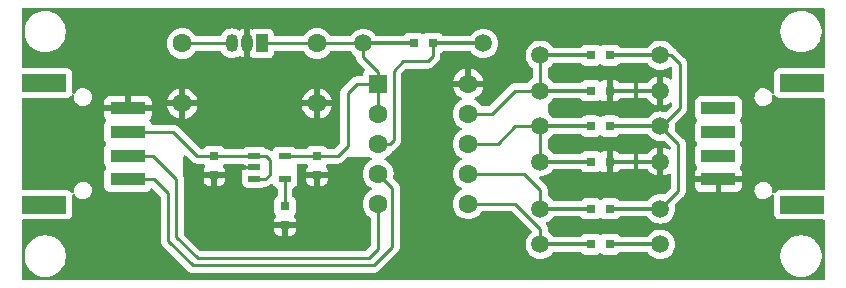
<source format=gbr>
%TF.GenerationSoftware,KiCad,Pcbnew,7.0.10*%
%TF.CreationDate,2024-04-17T13:25:17+09:00*%
%TF.ProjectId,HD-AK4316,48442d41-4b34-4333-9136-2e6b69636164,rev?*%
%TF.SameCoordinates,PX7735940PY47868c0*%
%TF.FileFunction,Copper,L1,Top*%
%TF.FilePolarity,Positive*%
%FSLAX46Y46*%
G04 Gerber Fmt 4.6, Leading zero omitted, Abs format (unit mm)*
G04 Created by KiCad (PCBNEW 7.0.10) date 2024-04-17 13:25:17*
%MOMM*%
%LPD*%
G01*
G04 APERTURE LIST*
%TA.AperFunction,ComponentPad*%
%ADD10C,1.500000*%
%TD*%
%TA.AperFunction,SMDPad,CuDef*%
%ADD11R,4.540000X0.300000*%
%TD*%
%TA.AperFunction,SMDPad,CuDef*%
%ADD12R,0.800000X0.800000*%
%TD*%
%TA.AperFunction,ComponentPad*%
%ADD13R,1.600000X1.600000*%
%TD*%
%TA.AperFunction,ComponentPad*%
%ADD14C,1.600000*%
%TD*%
%TA.AperFunction,ComponentPad*%
%ADD15R,1.016000X1.524000*%
%TD*%
%TA.AperFunction,ComponentPad*%
%ADD16O,1.016000X1.524000*%
%TD*%
%TA.AperFunction,SMDPad,CuDef*%
%ADD17R,3.800000X1.500000*%
%TD*%
%TA.AperFunction,ComponentPad*%
%ADD18R,3.000000X1.100000*%
%TD*%
%TA.AperFunction,SMDPad,CuDef*%
%ADD19R,1.100000X0.600000*%
%TD*%
%TA.AperFunction,ViaPad*%
%ADD20C,0.800000*%
%TD*%
%TA.AperFunction,Conductor*%
%ADD21C,0.250000*%
%TD*%
G04 APERTURE END LIST*
D10*
%TO.P,R7,1,1*%
%TO.N,Net-(U1-XORL)*%
X44920000Y11000000D03*
D11*
X47070000Y11000000D03*
D12*
X49200000Y11000000D03*
%TO.P,R7,2,2*%
%TO.N,GND*%
X50800000Y11000000D03*
D11*
X53000000Y11000000D03*
D10*
X55080000Y11000000D03*
%TD*%
D13*
%TO.P,U1,1,VCC*%
%TO.N,+3V3*%
X31190000Y17580000D03*
D14*
%TO.P,U1,2,EN*%
X31190000Y15040000D03*
%TO.P,U1,3,READY*%
%TO.N,Net-(U1-READY)*%
X31190000Y12500000D03*
%TO.P,U1,4,SCLIN*%
%TO.N,Net-(U1-SCLIN)*%
X31190000Y9960000D03*
%TO.P,U1,5,SDAIN*%
%TO.N,Net-(U1-SDAIN)*%
X31190000Y7420000D03*
%TO.P,U1,6,SDAOUT*%
%TO.N,Net-(U1-SDAOUT)*%
X38810000Y7420000D03*
%TO.P,U1,7,SCLOUT*%
%TO.N,Net-(U1-SCLOUT)*%
X38810000Y9960000D03*
%TO.P,U1,8,XORL*%
%TO.N,Net-(U1-XORL)*%
X38810000Y12500000D03*
%TO.P,U1,9,XORH*%
%TO.N,Net-(U1-XORH)*%
X38810000Y15040000D03*
%TO.P,U1,10,GND*%
%TO.N,GND*%
X38810000Y17580000D03*
%TD*%
D15*
%TO.P,U3,1,OUT*%
%TO.N,+3V3*%
X21340000Y21000000D03*
D16*
%TO.P,U3,2,GND*%
%TO.N,GND*%
X20070000Y21000000D03*
%TO.P,U3,3,IN*%
%TO.N,+5V*%
X18800000Y21000000D03*
%TD*%
D10*
%TO.P,R1,1,1*%
%TO.N,+3V3*%
X29920000Y21000000D03*
D11*
X32070000Y21000000D03*
D12*
X34200000Y21000000D03*
%TO.P,R1,2,2*%
%TO.N,Net-(U1-READY)*%
X35800000Y21000000D03*
D11*
X38000000Y21000000D03*
D10*
X40080000Y21000000D03*
%TD*%
%TO.P,R4,1,1*%
%TO.N,+3V3*%
X55080000Y20000000D03*
D11*
X52930000Y20000000D03*
D12*
X50800000Y20000000D03*
%TO.P,R4,2,2*%
%TO.N,Net-(U1-XORH)*%
X49200000Y20000000D03*
D11*
X47000000Y20000000D03*
D10*
X44920000Y20000000D03*
%TD*%
D14*
%TO.P,C4,1,1*%
%TO.N,+5V*%
X14600000Y21000000D03*
%TO.P,C4,2,2*%
%TO.N,GND*%
X14600000Y15920000D03*
%TD*%
D12*
%TO.P,C1,1,1*%
%TO.N,+5V*%
X17300000Y11450000D03*
%TO.P,C1,2,2*%
%TO.N,GND*%
X17300000Y9850000D03*
%TD*%
D17*
%TO.P,CN1,*%
%TO.N,*%
X2900000Y17650000D03*
X2900000Y7350000D03*
D18*
%TO.P,CN1,1,1*%
%TO.N,Net-(U1-SCLIN)*%
X10000000Y9500000D03*
%TO.P,CN1,2,2*%
%TO.N,Net-(U1-SDAIN)*%
X10000000Y11500000D03*
%TO.P,CN1,3,3*%
%TO.N,+5V*%
X10000000Y13500000D03*
%TO.P,CN1,4,4*%
%TO.N,GND*%
X10000000Y15500000D03*
%TD*%
D12*
%TO.P,C2,1,1*%
%TO.N,Net-(U2-BYP)*%
X23300000Y7200000D03*
%TO.P,C2,2,2*%
%TO.N,GND*%
X23300000Y5600000D03*
%TD*%
D17*
%TO.P,CN2,*%
%TO.N,*%
X67100000Y7350000D03*
X67100000Y17650000D03*
D18*
%TO.P,CN2,1,1*%
%TO.N,Net-(U1-SCLOUT)*%
X60000000Y15500000D03*
%TO.P,CN2,2,2*%
%TO.N,Net-(U1-SDAOUT)*%
X60000000Y13500000D03*
%TO.P,CN2,3,3*%
%TO.N,+5V*%
X60000000Y11500000D03*
%TO.P,CN2,4,4*%
%TO.N,GND*%
X60000000Y9500000D03*
%TD*%
D14*
%TO.P,C5,1,1*%
%TO.N,+3V3*%
X26000000Y21000000D03*
%TO.P,C5,2,2*%
%TO.N,GND*%
X26000000Y15920000D03*
%TD*%
D12*
%TO.P,C3,1,1*%
%TO.N,+3V3*%
X26000000Y11450000D03*
%TO.P,C3,2,2*%
%TO.N,GND*%
X26000000Y9850000D03*
%TD*%
D10*
%TO.P,R2,1,1*%
%TO.N,+3V3*%
X55080000Y7000000D03*
D11*
X52930000Y7000000D03*
D12*
X50800000Y7000000D03*
%TO.P,R2,2,2*%
%TO.N,Net-(U1-SCLOUT)*%
X49200000Y7000000D03*
D11*
X47000000Y7000000D03*
D10*
X44920000Y7000000D03*
%TD*%
%TO.P,R6,1,1*%
%TO.N,+3V3*%
X55080000Y14000000D03*
D11*
X52930000Y14000000D03*
D12*
X50800000Y14000000D03*
%TO.P,R6,2,2*%
%TO.N,Net-(U1-XORL)*%
X49200000Y14000000D03*
D11*
X47000000Y14000000D03*
D10*
X44920000Y14000000D03*
%TD*%
%TO.P,R5,1,1*%
%TO.N,Net-(U1-XORH)*%
X44920000Y17000000D03*
D11*
X47070000Y17000000D03*
D12*
X49200000Y17000000D03*
%TO.P,R5,2,2*%
%TO.N,GND*%
X50800000Y17000000D03*
D11*
X53000000Y17000000D03*
D10*
X55080000Y17000000D03*
%TD*%
%TO.P,R3,1,1*%
%TO.N,+3V3*%
X55080000Y4000000D03*
D11*
X52930000Y4000000D03*
D12*
X50800000Y4000000D03*
%TO.P,R3,2,2*%
%TO.N,Net-(U1-SDAOUT)*%
X49200000Y4000000D03*
D11*
X47000000Y4000000D03*
D10*
X44920000Y4000000D03*
%TD*%
D19*
%TO.P,U2,1,VIN*%
%TO.N,+5V*%
X20700000Y11450000D03*
%TO.P,U2,2,GND*%
%TO.N,GND*%
X20700000Y10500000D03*
%TO.P,U2,3,EN*%
%TO.N,+5V*%
X20700000Y9550000D03*
%TO.P,U2,4,BYP*%
%TO.N,Net-(U2-BYP)*%
X23300000Y9550000D03*
%TO.P,U2,5,VOUT*%
%TO.N,+3V3*%
X23300000Y11450000D03*
%TD*%
D20*
%TO.N,GND*%
X17200000Y16100000D03*
X17200000Y4300000D03*
X27400000Y4460000D03*
X35000000Y7000000D03*
X23900000Y14800000D03*
X60200000Y4900000D03*
X10000000Y17800000D03*
X15400000Y9900000D03*
%TD*%
D21*
%TO.N,Net-(U1-SCLIN)*%
X30800000Y2200000D02*
X15500000Y2200000D01*
X13400000Y4300000D02*
X13400000Y8300000D01*
X12200000Y9500000D02*
X9200000Y9500000D01*
X32400000Y8750000D02*
X32400000Y3800000D01*
X13400000Y8300000D02*
X12200000Y9500000D01*
X32400000Y3800000D02*
X30800000Y2200000D01*
X15500000Y2200000D02*
X13400000Y4300000D01*
X31190000Y9960000D02*
X32400000Y8750000D01*
%TO.N,Net-(U1-SDAIN)*%
X14100000Y9500000D02*
X12100000Y11500000D01*
X12100000Y11500000D02*
X9200000Y11500000D01*
X14100000Y4600000D02*
X14100000Y9500000D01*
X30400000Y2800000D02*
X15900000Y2800000D01*
X15900000Y2800000D02*
X14100000Y4600000D01*
X31190000Y7420000D02*
X31190000Y3590000D01*
X31190000Y3590000D02*
X30400000Y2800000D01*
%TO.N,Net-(U1-SCLOUT)*%
X43540000Y9960000D02*
X44900000Y8600000D01*
X44900000Y8600000D02*
X44900000Y7000000D01*
X38810000Y9960000D02*
X43540000Y9960000D01*
X44900000Y7000000D02*
X44920000Y7000000D01*
%TO.N,Net-(U1-SDAOUT)*%
X38810000Y7420000D02*
X42780000Y7420000D01*
X44920000Y5280000D02*
X44920000Y4000000D01*
X42780000Y7420000D02*
X44920000Y5280000D01*
%TO.N,Net-(U1-XORH)*%
X38810000Y15040000D02*
X40790000Y15040000D01*
X42675000Y16925000D02*
X42750000Y17000000D01*
X44920000Y20000000D02*
X44920000Y17000000D01*
X40790000Y15040000D02*
X42675000Y16925000D01*
X44920000Y17000000D02*
X42750000Y17000000D01*
%TO.N,Net-(U1-XORL)*%
X42800000Y14000000D02*
X44920000Y14000000D01*
X38810000Y12500000D02*
X41300000Y12500000D01*
X41300000Y12500000D02*
X42800000Y14000000D01*
X44920000Y14000000D02*
X44920000Y11000000D01*
%TO.N,+5V*%
X22000000Y9900000D02*
X21600000Y9500000D01*
X15850000Y11450000D02*
X17300000Y11450000D01*
X18800000Y21000000D02*
X14600000Y21000000D01*
X21650000Y11450000D02*
X22000000Y11100000D01*
X9225000Y13525000D02*
X9200000Y13500000D01*
X9375000Y13525000D02*
X9225000Y13525000D01*
X22000000Y11100000D02*
X22000000Y9900000D01*
X14605000Y21235000D02*
X14600000Y21240000D01*
X19175000Y21240000D02*
X19180000Y21235000D01*
X21600000Y9500000D02*
X20750000Y9500000D01*
X9400000Y13500000D02*
X13800000Y13500000D01*
X13800000Y13500000D02*
X15850000Y11450000D01*
X20750000Y9500000D02*
X20700000Y9550000D01*
X20700000Y11450000D02*
X17300000Y11450000D01*
X9400000Y13500000D02*
X9375000Y13525000D01*
X20700000Y11450000D02*
X21650000Y11450000D01*
%TO.N,Net-(U2-BYP)*%
X23300000Y9550000D02*
X23300000Y7200000D01*
%TO.N,+3V3*%
X31190000Y17580000D02*
X31190000Y15040000D01*
X56000000Y20000000D02*
X56700000Y19300000D01*
X28600000Y12300000D02*
X28600000Y16800000D01*
X30920000Y21000000D02*
X26000000Y21000000D01*
X31190000Y18610000D02*
X31190000Y17580000D01*
X23300000Y11450000D02*
X26000000Y11450000D01*
X26000000Y11450000D02*
X27750000Y11450000D01*
X56700000Y15500000D02*
X55200000Y14000000D01*
X56600000Y8520000D02*
X55080000Y7000000D01*
X29920000Y21000000D02*
X29920000Y19880000D01*
X21340000Y21000000D02*
X26000000Y21000000D01*
X29380000Y17580000D02*
X31190000Y17580000D01*
X55080000Y14000000D02*
X56600000Y12480000D01*
X21300000Y21195000D02*
X21340000Y21235000D01*
X56600000Y12480000D02*
X56600000Y8520000D01*
X27750000Y11450000D02*
X28600000Y12300000D01*
X55080000Y20000000D02*
X56000000Y20000000D01*
X29920000Y19880000D02*
X31190000Y18610000D01*
X56700000Y19300000D02*
X56700000Y15500000D01*
X21345000Y21240000D02*
X21340000Y21235000D01*
X28600000Y16800000D02*
X29380000Y17580000D01*
X55200000Y14000000D02*
X55080000Y14000000D01*
%TO.N,Net-(U1-READY)*%
X32500000Y18700000D02*
X32500000Y12800000D01*
X33300000Y19500000D02*
X32500000Y18700000D01*
X35800000Y21000000D02*
X35800000Y19900000D01*
X35400000Y19500000D02*
X33300000Y19500000D01*
X32200000Y12500000D02*
X31190000Y12500000D01*
X35800000Y19900000D02*
X35400000Y19500000D01*
X32500000Y12800000D02*
X32200000Y12500000D01*
%TD*%
%TA.AperFunction,Conductor*%
%TO.N,GND*%
G36*
X14905203Y11509761D02*
G01*
X14911676Y11503734D01*
X15142148Y11273261D01*
X15349197Y11066212D01*
X15359022Y11053949D01*
X15359243Y11054131D01*
X15364211Y11048126D01*
X15364213Y11048124D01*
X15364214Y11048123D01*
X15385043Y11028563D01*
X15413222Y11002101D01*
X15416021Y10999388D01*
X15435522Y10979886D01*
X15435526Y10979883D01*
X15435529Y10979880D01*
X15438702Y10977419D01*
X15447574Y10969841D01*
X15479418Y10939938D01*
X15496976Y10930286D01*
X15513233Y10919607D01*
X15529064Y10907327D01*
X15558803Y10894458D01*
X15569152Y10889979D01*
X15579641Y10884840D01*
X15603457Y10871748D01*
X15617908Y10863803D01*
X15630523Y10860565D01*
X15637305Y10858823D01*
X15655719Y10852519D01*
X15674104Y10844562D01*
X15717261Y10837727D01*
X15728656Y10835368D01*
X15770981Y10824500D01*
X15791016Y10824500D01*
X15810413Y10822974D01*
X15830196Y10819840D01*
X15873675Y10823950D01*
X15885344Y10824500D01*
X16381535Y10824500D01*
X16448574Y10804815D01*
X16480801Y10774811D01*
X16518917Y10723895D01*
X16543335Y10658431D01*
X16528484Y10590158D01*
X16518918Y10575273D01*
X16456647Y10492090D01*
X16456645Y10492087D01*
X16406403Y10357380D01*
X16406401Y10357373D01*
X16400000Y10297845D01*
X16400000Y10100000D01*
X18200000Y10100000D01*
X18200000Y10297828D01*
X18199999Y10297845D01*
X18193598Y10357373D01*
X18193596Y10357380D01*
X18143354Y10492087D01*
X18143352Y10492090D01*
X18081082Y10575273D01*
X18056665Y10640738D01*
X18071517Y10709011D01*
X18081083Y10723895D01*
X18119199Y10774811D01*
X18175133Y10816682D01*
X18218465Y10824500D01*
X19526000Y10824500D01*
X19593039Y10804815D01*
X19611208Y10783847D01*
X19613681Y10786319D01*
X19650000Y10750000D01*
X19807893Y10750000D01*
X19874932Y10730315D01*
X19882204Y10725267D01*
X19905717Y10707665D01*
X19907668Y10706205D01*
X19907671Y10706203D01*
X20042517Y10655909D01*
X20042516Y10655909D01*
X20049444Y10655165D01*
X20102127Y10649500D01*
X20826001Y10649501D01*
X20893039Y10629817D01*
X20938794Y10577013D01*
X20950000Y10525501D01*
X20950000Y10474500D01*
X20930315Y10407461D01*
X20877511Y10361706D01*
X20826000Y10350500D01*
X20102129Y10350500D01*
X20102123Y10350499D01*
X20042516Y10344092D01*
X19907671Y10293798D01*
X19907668Y10293796D01*
X19882204Y10274733D01*
X19816739Y10250316D01*
X19807893Y10250000D01*
X19650000Y10250000D01*
X19650000Y10152156D01*
X19656401Y10092628D01*
X19656403Y10092621D01*
X19665195Y10069048D01*
X19670179Y9999356D01*
X19665196Y9982385D01*
X19655909Y9957484D01*
X19655908Y9957483D01*
X19651162Y9913334D01*
X19649501Y9897877D01*
X19649500Y9897864D01*
X19649500Y9202130D01*
X19649501Y9202124D01*
X19655908Y9142517D01*
X19706202Y9007672D01*
X19706206Y9007665D01*
X19792452Y8892456D01*
X19792455Y8892453D01*
X19907664Y8806207D01*
X19907671Y8806203D01*
X20042517Y8755909D01*
X20042516Y8755909D01*
X20049444Y8755165D01*
X20102127Y8749500D01*
X21297872Y8749501D01*
X21357483Y8755909D01*
X21492331Y8806204D01*
X21550522Y8849767D01*
X21615985Y8874184D01*
X21624833Y8874500D01*
X21639346Y8874500D01*
X21639350Y8874500D01*
X21643324Y8875003D01*
X21654963Y8875920D01*
X21698627Y8877291D01*
X21717869Y8882883D01*
X21736912Y8886826D01*
X21756792Y8889336D01*
X21797401Y8905415D01*
X21808444Y8909197D01*
X21850390Y8921382D01*
X21867629Y8931578D01*
X21885103Y8940138D01*
X21903727Y8947512D01*
X21903727Y8947513D01*
X21903732Y8947514D01*
X21939083Y8973200D01*
X21948814Y8979592D01*
X21986420Y9001830D01*
X22000589Y9016001D01*
X22015379Y9028632D01*
X22031587Y9040406D01*
X22059438Y9074074D01*
X22067279Y9082691D01*
X22084485Y9099897D01*
X22145806Y9133380D01*
X22215498Y9128396D01*
X22271431Y9086524D01*
X22288346Y9055547D01*
X22306202Y9007672D01*
X22306206Y9007665D01*
X22392452Y8892456D01*
X22392455Y8892453D01*
X22507664Y8806207D01*
X22507671Y8806203D01*
X22593833Y8774067D01*
X22649766Y8732196D01*
X22674184Y8666732D01*
X22674500Y8657885D01*
X22674500Y8118466D01*
X22654815Y8051427D01*
X22624812Y8019200D01*
X22542452Y7957545D01*
X22456206Y7842336D01*
X22456202Y7842329D01*
X22405908Y7707483D01*
X22400777Y7659751D01*
X22399501Y7647877D01*
X22399500Y7647865D01*
X22399500Y6752130D01*
X22399501Y6752124D01*
X22405908Y6692517D01*
X22456202Y6557672D01*
X22456204Y6557669D01*
X22460350Y6552130D01*
X22518917Y6473896D01*
X22543335Y6408431D01*
X22528484Y6340158D01*
X22518918Y6325273D01*
X22456647Y6242090D01*
X22456645Y6242087D01*
X22406403Y6107380D01*
X22406401Y6107373D01*
X22400000Y6047845D01*
X22400000Y5850000D01*
X24200000Y5850000D01*
X24200000Y6047828D01*
X24199999Y6047845D01*
X24193598Y6107373D01*
X24193596Y6107380D01*
X24143354Y6242087D01*
X24143352Y6242090D01*
X24081082Y6325273D01*
X24056665Y6390738D01*
X24071517Y6459011D01*
X24081083Y6473896D01*
X24095023Y6492517D01*
X24143796Y6557669D01*
X24194091Y6692517D01*
X24200500Y6752127D01*
X24200499Y7647872D01*
X24194806Y7700835D01*
X24194091Y7707484D01*
X24143797Y7842329D01*
X24143793Y7842336D01*
X24057547Y7957545D01*
X24052130Y7961600D01*
X23992557Y8006197D01*
X23975188Y8019200D01*
X23933318Y8075134D01*
X23925500Y8118466D01*
X23925500Y8657885D01*
X23945185Y8724924D01*
X23997989Y8770679D01*
X24006167Y8774067D01*
X24047143Y8789350D01*
X24092331Y8806204D01*
X24207546Y8892454D01*
X24293796Y9007669D01*
X24344091Y9142517D01*
X24350500Y9202127D01*
X24350499Y9600000D01*
X25100000Y9600000D01*
X25100000Y9402156D01*
X25106401Y9342628D01*
X25106403Y9342621D01*
X25156645Y9207914D01*
X25156649Y9207907D01*
X25242809Y9092813D01*
X25242812Y9092810D01*
X25357906Y9006650D01*
X25357913Y9006646D01*
X25492620Y8956404D01*
X25492627Y8956402D01*
X25552155Y8950001D01*
X25552172Y8950000D01*
X25750000Y8950000D01*
X25750000Y9600000D01*
X26250000Y9600000D01*
X26250000Y8950000D01*
X26447828Y8950000D01*
X26447844Y8950001D01*
X26507372Y8956402D01*
X26507379Y8956404D01*
X26642086Y9006646D01*
X26642093Y9006650D01*
X26757187Y9092810D01*
X26757190Y9092813D01*
X26843350Y9207907D01*
X26843354Y9207914D01*
X26893596Y9342621D01*
X26893598Y9342628D01*
X26899999Y9402156D01*
X26900000Y9402173D01*
X26900000Y9600000D01*
X26250000Y9600000D01*
X25750000Y9600000D01*
X25100000Y9600000D01*
X24350499Y9600000D01*
X24350499Y9897872D01*
X24345299Y9946243D01*
X24344091Y9957484D01*
X24307818Y10054737D01*
X24300000Y10098070D01*
X24300000Y10700500D01*
X24319685Y10767539D01*
X24372489Y10813294D01*
X24424000Y10824500D01*
X25081535Y10824500D01*
X25148574Y10804815D01*
X25180801Y10774811D01*
X25218917Y10723895D01*
X25243335Y10658431D01*
X25228484Y10590158D01*
X25218918Y10575273D01*
X25156647Y10492090D01*
X25156645Y10492087D01*
X25106403Y10357380D01*
X25106401Y10357373D01*
X25100000Y10297845D01*
X25100000Y10100000D01*
X26900000Y10100000D01*
X26900000Y10297828D01*
X26899999Y10297845D01*
X26893598Y10357373D01*
X26893596Y10357380D01*
X26843354Y10492087D01*
X26843352Y10492090D01*
X26781082Y10575273D01*
X26756665Y10640738D01*
X26771517Y10709011D01*
X26781083Y10723895D01*
X26819199Y10774811D01*
X26875133Y10816682D01*
X26918465Y10824500D01*
X27667257Y10824500D01*
X27682877Y10822776D01*
X27682904Y10823061D01*
X27690660Y10822329D01*
X27690667Y10822327D01*
X27757873Y10824439D01*
X27761768Y10824500D01*
X27789346Y10824500D01*
X27789350Y10824500D01*
X27793324Y10825003D01*
X27804963Y10825920D01*
X27848627Y10827291D01*
X27867869Y10832883D01*
X27886912Y10836826D01*
X27906792Y10839336D01*
X27947401Y10855415D01*
X27958444Y10859197D01*
X28000390Y10871382D01*
X28017629Y10881578D01*
X28035103Y10890138D01*
X28053727Y10897512D01*
X28053727Y10897513D01*
X28053732Y10897514D01*
X28089083Y10923200D01*
X28098814Y10929592D01*
X28136420Y10951830D01*
X28150589Y10966001D01*
X28165379Y10978632D01*
X28181587Y10990406D01*
X28209438Y11024074D01*
X28217269Y11032681D01*
X28548272Y11363684D01*
X28609594Y11397166D01*
X28635952Y11400000D01*
X30454514Y11400000D01*
X30521553Y11380315D01*
X30525624Y11377584D01*
X30537266Y11369432D01*
X30595275Y11342382D01*
X30647714Y11296209D01*
X30666866Y11229016D01*
X30646650Y11162135D01*
X30595275Y11117618D01*
X30537267Y11090569D01*
X30537265Y11090568D01*
X30350858Y10960046D01*
X30189954Y10799142D01*
X30059432Y10612735D01*
X30059431Y10612733D01*
X29963261Y10406498D01*
X29963258Y10406489D01*
X29904366Y10186698D01*
X29904364Y10186687D01*
X29884532Y9960002D01*
X29884532Y9959999D01*
X29904364Y9733314D01*
X29904366Y9733303D01*
X29963258Y9513512D01*
X29963261Y9513503D01*
X30059431Y9307268D01*
X30059432Y9307266D01*
X30189954Y9120859D01*
X30350858Y8959955D01*
X30391391Y8931574D01*
X30537266Y8829432D01*
X30594286Y8802843D01*
X30595275Y8802382D01*
X30647714Y8756209D01*
X30666866Y8689016D01*
X30646650Y8622135D01*
X30595275Y8577618D01*
X30537267Y8550569D01*
X30537265Y8550568D01*
X30350858Y8420046D01*
X30189954Y8259142D01*
X30059432Y8072735D01*
X30059431Y8072733D01*
X29963261Y7866498D01*
X29963258Y7866489D01*
X29904366Y7646698D01*
X29904364Y7646687D01*
X29884532Y7420002D01*
X29884532Y7419999D01*
X29904364Y7193314D01*
X29904366Y7193303D01*
X29963258Y6973512D01*
X29963261Y6973503D01*
X30059431Y6767268D01*
X30059432Y6767266D01*
X30189954Y6580859D01*
X30350858Y6419955D01*
X30511623Y6307387D01*
X30555248Y6252811D01*
X30564500Y6205812D01*
X30564500Y3900453D01*
X30544815Y3833414D01*
X30528181Y3812772D01*
X30177228Y3461819D01*
X30115905Y3428334D01*
X30089547Y3425500D01*
X16210453Y3425500D01*
X16143414Y3445185D01*
X16122772Y3461819D01*
X14761819Y4822772D01*
X14728334Y4884095D01*
X14725500Y4910453D01*
X14725500Y5350000D01*
X22400000Y5350000D01*
X22400000Y5152156D01*
X22406401Y5092628D01*
X22406403Y5092621D01*
X22456645Y4957914D01*
X22456649Y4957907D01*
X22542809Y4842813D01*
X22542812Y4842810D01*
X22657906Y4756650D01*
X22657913Y4756646D01*
X22792620Y4706404D01*
X22792627Y4706402D01*
X22852155Y4700001D01*
X22852172Y4700000D01*
X23050000Y4700000D01*
X23050000Y5350000D01*
X23550000Y5350000D01*
X23550000Y4700000D01*
X23747828Y4700000D01*
X23747844Y4700001D01*
X23807372Y4706402D01*
X23807379Y4706404D01*
X23942086Y4756646D01*
X23942093Y4756650D01*
X24057187Y4842810D01*
X24057190Y4842813D01*
X24143350Y4957907D01*
X24143354Y4957914D01*
X24193596Y5092621D01*
X24193598Y5092628D01*
X24199999Y5152156D01*
X24200000Y5152173D01*
X24200000Y5350000D01*
X23550000Y5350000D01*
X23050000Y5350000D01*
X22400000Y5350000D01*
X14725500Y5350000D01*
X14725500Y9417262D01*
X14727224Y9432876D01*
X14726938Y9432903D01*
X14727672Y9440666D01*
X14725561Y9507856D01*
X14725500Y9511750D01*
X14725500Y9539349D01*
X14725500Y9539350D01*
X14724997Y9543330D01*
X14724080Y9554979D01*
X14722709Y9598627D01*
X14722310Y9600000D01*
X16400000Y9600000D01*
X16400000Y9402156D01*
X16406401Y9342628D01*
X16406403Y9342621D01*
X16456645Y9207914D01*
X16456649Y9207907D01*
X16542809Y9092813D01*
X16542812Y9092810D01*
X16657906Y9006650D01*
X16657913Y9006646D01*
X16792620Y8956404D01*
X16792627Y8956402D01*
X16852155Y8950001D01*
X16852172Y8950000D01*
X17050000Y8950000D01*
X17050000Y9600000D01*
X17550000Y9600000D01*
X17550000Y8950000D01*
X17747828Y8950000D01*
X17747844Y8950001D01*
X17807372Y8956402D01*
X17807379Y8956404D01*
X17942086Y9006646D01*
X17942093Y9006650D01*
X18057187Y9092810D01*
X18057190Y9092813D01*
X18143350Y9207907D01*
X18143354Y9207914D01*
X18193596Y9342621D01*
X18193598Y9342628D01*
X18199999Y9402156D01*
X18200000Y9402173D01*
X18200000Y9600000D01*
X17550000Y9600000D01*
X17050000Y9600000D01*
X16400000Y9600000D01*
X14722310Y9600000D01*
X14717122Y9617856D01*
X14713174Y9636916D01*
X14710663Y9656796D01*
X14708706Y9661739D01*
X14700000Y9707382D01*
X14700000Y11416048D01*
X14719685Y11483087D01*
X14772489Y11528842D01*
X14841647Y11538786D01*
X14905203Y11509761D01*
G37*
%TD.AperFunction*%
%TA.AperFunction,Conductor*%
G36*
X48367288Y13329816D02*
G01*
X48399514Y13299814D01*
X48442454Y13242454D01*
X48442457Y13242452D01*
X48557664Y13156207D01*
X48557671Y13156203D01*
X48692517Y13105909D01*
X48692516Y13105909D01*
X48699444Y13105165D01*
X48752127Y13099500D01*
X49647872Y13099501D01*
X49707483Y13105909D01*
X49842331Y13156204D01*
X49925689Y13218607D01*
X49991153Y13243023D01*
X50059426Y13228172D01*
X50074311Y13218606D01*
X50157669Y13156204D01*
X50157671Y13156203D01*
X50292517Y13105909D01*
X50292516Y13105909D01*
X50299444Y13105165D01*
X50352127Y13099500D01*
X51247872Y13099501D01*
X51307483Y13105909D01*
X51442331Y13156204D01*
X51557546Y13242454D01*
X51600483Y13299813D01*
X51656415Y13341682D01*
X51699750Y13349501D01*
X53944354Y13349501D01*
X54011393Y13329816D01*
X54045927Y13296627D01*
X54118402Y13193123D01*
X54273123Y13038402D01*
X54452361Y12912898D01*
X54650670Y12820425D01*
X54862023Y12763793D01*
X55044926Y12747792D01*
X55079998Y12744723D01*
X55080000Y12744723D01*
X55080002Y12744723D01*
X55110212Y12747367D01*
X55297977Y12763793D01*
X55334221Y12773505D01*
X55404071Y12771844D01*
X55453998Y12741412D01*
X55938181Y12257229D01*
X55971666Y12195906D01*
X55974500Y12169548D01*
X55974500Y12137835D01*
X55954815Y12070796D01*
X55902011Y12025041D01*
X55832853Y12015097D01*
X55779376Y12036260D01*
X55707387Y12086667D01*
X55509159Y12179102D01*
X55509150Y12179106D01*
X55330000Y12227109D01*
X55330000Y11435502D01*
X55222315Y11484680D01*
X55115763Y11500000D01*
X55044237Y11500000D01*
X54937685Y11484680D01*
X54830000Y11435502D01*
X54830000Y12227108D01*
X54829999Y12227109D01*
X54650849Y12179106D01*
X54650840Y12179102D01*
X54452612Y12086667D01*
X54452608Y12086665D01*
X54273450Y11961217D01*
X54118785Y11806553D01*
X54046192Y11702877D01*
X53991616Y11659252D01*
X53944617Y11650000D01*
X53150000Y11650000D01*
X53150000Y10350000D01*
X53944616Y10350000D01*
X54011655Y10330315D01*
X54046191Y10297124D01*
X54118787Y10193446D01*
X54273445Y10038788D01*
X54452612Y9913334D01*
X54650843Y9820897D01*
X54830000Y9772894D01*
X54830000Y10564499D01*
X54937685Y10515320D01*
X55044237Y10500000D01*
X55115763Y10500000D01*
X55222315Y10515320D01*
X55330000Y10564499D01*
X55330000Y9772895D01*
X55509156Y9820897D01*
X55509157Y9820897D01*
X55707388Y9913334D01*
X55707394Y9913337D01*
X55779376Y9963740D01*
X55845582Y9986068D01*
X55913349Y9969058D01*
X55961162Y9918111D01*
X55974500Y9862166D01*
X55974500Y8830453D01*
X55954815Y8763414D01*
X55938181Y8742772D01*
X55453997Y8258589D01*
X55392674Y8225104D01*
X55334223Y8226495D01*
X55297977Y8236207D01*
X55080002Y8255277D01*
X55079998Y8255277D01*
X54934682Y8242564D01*
X54862023Y8236207D01*
X54862020Y8236207D01*
X54650677Y8179578D01*
X54650668Y8179574D01*
X54452361Y8087102D01*
X54452357Y8087100D01*
X54273124Y7961600D01*
X54118401Y7806876D01*
X54094464Y7772691D01*
X54045928Y7703375D01*
X53991353Y7659751D01*
X53944355Y7650500D01*
X51699751Y7650500D01*
X51632712Y7670185D01*
X51600485Y7700188D01*
X51557548Y7757543D01*
X51557546Y7757546D01*
X51538468Y7771828D01*
X51442335Y7843794D01*
X51442328Y7843798D01*
X51307482Y7894092D01*
X51307483Y7894092D01*
X51247883Y7900499D01*
X51247881Y7900500D01*
X51247873Y7900500D01*
X51247864Y7900500D01*
X50352129Y7900500D01*
X50352123Y7900499D01*
X50292516Y7894092D01*
X50157671Y7843798D01*
X50157669Y7843797D01*
X50074311Y7781394D01*
X50008847Y7756977D01*
X49940574Y7771828D01*
X49925689Y7781394D01*
X49842330Y7843797D01*
X49842328Y7843798D01*
X49707482Y7894092D01*
X49707483Y7894092D01*
X49647883Y7900499D01*
X49647881Y7900500D01*
X49647873Y7900500D01*
X49647864Y7900500D01*
X48752129Y7900500D01*
X48752123Y7900499D01*
X48692516Y7894092D01*
X48557671Y7843798D01*
X48557664Y7843794D01*
X48442457Y7757549D01*
X48442451Y7757543D01*
X48399515Y7700188D01*
X48343581Y7658318D01*
X48300249Y7650500D01*
X46055644Y7650500D01*
X45988605Y7670185D01*
X45954069Y7703377D01*
X45951193Y7707484D01*
X45916138Y7757549D01*
X45881599Y7806876D01*
X45813710Y7874765D01*
X45726877Y7961598D01*
X45697252Y7982342D01*
X45578376Y8065581D01*
X45534751Y8120158D01*
X45525500Y8167155D01*
X45525500Y8517263D01*
X45527224Y8532877D01*
X45526938Y8532904D01*
X45527672Y8540667D01*
X45525561Y8607857D01*
X45525500Y8611751D01*
X45525500Y8639349D01*
X45525500Y8639350D01*
X45524997Y8643330D01*
X45524080Y8654979D01*
X45523514Y8672989D01*
X45522709Y8698628D01*
X45517120Y8717863D01*
X45513174Y8736916D01*
X45510664Y8756792D01*
X45494578Y8797419D01*
X45490803Y8808446D01*
X45478617Y8850390D01*
X45468421Y8867631D01*
X45459860Y8885107D01*
X45458185Y8889338D01*
X45452486Y8903732D01*
X45426809Y8939074D01*
X45420412Y8948810D01*
X45398170Y8986421D01*
X45398167Y8986424D01*
X45398165Y8986427D01*
X45384005Y9000587D01*
X45371370Y9015380D01*
X45359593Y9031588D01*
X45325945Y9059424D01*
X45317304Y9067287D01*
X44850437Y9534154D01*
X44816952Y9595477D01*
X44821936Y9665169D01*
X44863808Y9721102D01*
X44927309Y9745363D01*
X45137977Y9763793D01*
X45349330Y9820425D01*
X45547639Y9912898D01*
X45726877Y10038402D01*
X45881598Y10193123D01*
X45916388Y10242809D01*
X45954070Y10296624D01*
X46008647Y10340249D01*
X46055645Y10349501D01*
X48300249Y10349501D01*
X48367288Y10329816D01*
X48399514Y10299814D01*
X48442454Y10242454D01*
X48471095Y10221013D01*
X48557664Y10156207D01*
X48557671Y10156203D01*
X48692517Y10105909D01*
X48692516Y10105909D01*
X48699444Y10105165D01*
X48752127Y10099500D01*
X49647872Y10099501D01*
X49707483Y10105909D01*
X49842331Y10156204D01*
X49926105Y10218918D01*
X49991569Y10243335D01*
X50059842Y10228484D01*
X50074727Y10218918D01*
X50157910Y10156648D01*
X50157913Y10156646D01*
X50292620Y10106404D01*
X50292627Y10106402D01*
X50352155Y10100001D01*
X50352172Y10100000D01*
X50550000Y10100000D01*
X50550000Y11900000D01*
X51050000Y11900000D01*
X51050000Y10100000D01*
X51247828Y10100000D01*
X51247844Y10100001D01*
X51307372Y10106402D01*
X51307379Y10106404D01*
X51442086Y10156646D01*
X51442093Y10156650D01*
X51557185Y10242809D01*
X51557194Y10242818D01*
X51600235Y10300311D01*
X51656169Y10342182D01*
X51699501Y10350000D01*
X52850000Y10350000D01*
X52850000Y11650000D01*
X51699501Y11650000D01*
X51632462Y11669685D01*
X51600235Y11699689D01*
X51557194Y11757183D01*
X51557185Y11757192D01*
X51442093Y11843351D01*
X51442086Y11843355D01*
X51307379Y11893597D01*
X51307372Y11893599D01*
X51247844Y11900000D01*
X51050000Y11900000D01*
X50550000Y11900000D01*
X50352155Y11900000D01*
X50292627Y11893599D01*
X50292620Y11893597D01*
X50157913Y11843355D01*
X50157910Y11843353D01*
X50074727Y11781082D01*
X50009262Y11756665D01*
X49940989Y11771517D01*
X49926106Y11781082D01*
X49842331Y11843796D01*
X49842328Y11843798D01*
X49707482Y11894092D01*
X49707483Y11894092D01*
X49647883Y11900499D01*
X49647881Y11900500D01*
X49647873Y11900500D01*
X49647864Y11900500D01*
X48752129Y11900500D01*
X48752123Y11900499D01*
X48692516Y11894092D01*
X48557671Y11843798D01*
X48557664Y11843794D01*
X48442457Y11757549D01*
X48442451Y11757543D01*
X48399515Y11700188D01*
X48343581Y11658318D01*
X48300249Y11650500D01*
X46055644Y11650500D01*
X45988605Y11670185D01*
X45954069Y11703377D01*
X45945643Y11715410D01*
X45887903Y11797873D01*
X45881599Y11806876D01*
X45804687Y11883788D01*
X45726877Y11961598D01*
X45598375Y12051577D01*
X45554751Y12106153D01*
X45545500Y12153150D01*
X45545500Y12846851D01*
X45565185Y12913890D01*
X45598374Y12948424D01*
X45726877Y13038402D01*
X45881598Y13193123D01*
X45916538Y13243023D01*
X45954070Y13296624D01*
X46008647Y13340249D01*
X46055645Y13349501D01*
X48300249Y13349501D01*
X48367288Y13329816D01*
G37*
%TD.AperFunction*%
%TA.AperFunction,Conductor*%
G36*
X48367288Y19329816D02*
G01*
X48399514Y19299814D01*
X48442454Y19242454D01*
X48442457Y19242452D01*
X48557664Y19156207D01*
X48557671Y19156203D01*
X48692517Y19105909D01*
X48692516Y19105909D01*
X48699444Y19105165D01*
X48752127Y19099500D01*
X49647872Y19099501D01*
X49707483Y19105909D01*
X49842331Y19156204D01*
X49925689Y19218607D01*
X49991153Y19243023D01*
X50059426Y19228172D01*
X50074311Y19218606D01*
X50157669Y19156204D01*
X50157671Y19156203D01*
X50292517Y19105909D01*
X50292516Y19105909D01*
X50299444Y19105165D01*
X50352127Y19099500D01*
X51247872Y19099501D01*
X51307483Y19105909D01*
X51442331Y19156204D01*
X51557546Y19242454D01*
X51600483Y19299813D01*
X51656415Y19341682D01*
X51699750Y19349501D01*
X53944354Y19349501D01*
X54011393Y19329816D01*
X54045927Y19296627D01*
X54118402Y19193123D01*
X54273123Y19038402D01*
X54452361Y18912898D01*
X54650670Y18820425D01*
X54862023Y18763793D01*
X55044926Y18747792D01*
X55079998Y18744723D01*
X55080000Y18744723D01*
X55080002Y18744723D01*
X55108254Y18747195D01*
X55297977Y18763793D01*
X55509330Y18820425D01*
X55707639Y18912898D01*
X55879379Y19033153D01*
X55945582Y19055478D01*
X56013350Y19038468D01*
X56061163Y18987520D01*
X56074500Y18931576D01*
X56074500Y18067814D01*
X56054815Y18000775D01*
X56002011Y17955020D01*
X55932853Y17945076D01*
X55879376Y17966239D01*
X55707387Y18086667D01*
X55509159Y18179102D01*
X55509150Y18179106D01*
X55330000Y18227109D01*
X55330000Y17435502D01*
X55222315Y17484680D01*
X55115763Y17500000D01*
X55044237Y17500000D01*
X54937685Y17484680D01*
X54830000Y17435502D01*
X54830000Y18227108D01*
X54829999Y18227109D01*
X54650849Y18179106D01*
X54650840Y18179102D01*
X54452612Y18086667D01*
X54452608Y18086665D01*
X54273450Y17961217D01*
X54118785Y17806553D01*
X54046192Y17702877D01*
X53991616Y17659252D01*
X53944617Y17650000D01*
X53150000Y17650000D01*
X53150000Y16350000D01*
X53944616Y16350000D01*
X54011655Y16330315D01*
X54046191Y16297124D01*
X54118787Y16193446D01*
X54273445Y16038788D01*
X54452612Y15913334D01*
X54650843Y15820897D01*
X54830000Y15772894D01*
X54830000Y16564499D01*
X54937685Y16515320D01*
X55044237Y16500000D01*
X55115763Y16500000D01*
X55222315Y16515320D01*
X55330000Y16564499D01*
X55330000Y15772895D01*
X55509156Y15820897D01*
X55509157Y15820897D01*
X55707387Y15913333D01*
X55879376Y16033762D01*
X55945582Y16056089D01*
X56013349Y16039079D01*
X56061163Y15988131D01*
X56074500Y15932187D01*
X56074500Y15810454D01*
X56054815Y15743415D01*
X56038181Y15722773D01*
X55548638Y15233231D01*
X55487315Y15199746D01*
X55428864Y15201137D01*
X55297977Y15236207D01*
X55080002Y15255277D01*
X55079998Y15255277D01*
X54934682Y15242564D01*
X54862023Y15236207D01*
X54862020Y15236207D01*
X54650677Y15179578D01*
X54650668Y15179574D01*
X54452361Y15087102D01*
X54452357Y15087100D01*
X54273124Y14961600D01*
X54118401Y14806876D01*
X54094464Y14772691D01*
X54045928Y14703375D01*
X53991353Y14659751D01*
X53944355Y14650500D01*
X51699751Y14650500D01*
X51632712Y14670185D01*
X51600485Y14700188D01*
X51557548Y14757543D01*
X51557546Y14757546D01*
X51538468Y14771828D01*
X51442335Y14843794D01*
X51442328Y14843798D01*
X51307482Y14894092D01*
X51307483Y14894092D01*
X51247883Y14900499D01*
X51247881Y14900500D01*
X51247873Y14900500D01*
X51247864Y14900500D01*
X50352129Y14900500D01*
X50352123Y14900499D01*
X50292516Y14894092D01*
X50157671Y14843798D01*
X50157669Y14843797D01*
X50074311Y14781394D01*
X50008847Y14756977D01*
X49940574Y14771828D01*
X49925689Y14781394D01*
X49842330Y14843797D01*
X49842328Y14843798D01*
X49707482Y14894092D01*
X49707483Y14894092D01*
X49647883Y14900499D01*
X49647881Y14900500D01*
X49647873Y14900500D01*
X49647864Y14900500D01*
X48752129Y14900500D01*
X48752123Y14900499D01*
X48692516Y14894092D01*
X48557671Y14843798D01*
X48557664Y14843794D01*
X48442457Y14757549D01*
X48442451Y14757543D01*
X48399515Y14700188D01*
X48343581Y14658318D01*
X48300249Y14650500D01*
X46055644Y14650500D01*
X45988605Y14670185D01*
X45954069Y14703377D01*
X45881599Y14806876D01*
X45844677Y14843798D01*
X45726877Y14961598D01*
X45718546Y14967431D01*
X45652875Y15013416D01*
X45609251Y15067994D01*
X45600000Y15114990D01*
X45600000Y15885012D01*
X45619685Y15952051D01*
X45652877Y15986587D01*
X45670289Y15998779D01*
X45726877Y16038402D01*
X45881598Y16193123D01*
X45939279Y16275501D01*
X45954070Y16296624D01*
X46008647Y16340249D01*
X46055645Y16349501D01*
X48300249Y16349501D01*
X48367288Y16329816D01*
X48399514Y16299814D01*
X48442454Y16242454D01*
X48471095Y16221013D01*
X48557664Y16156207D01*
X48557671Y16156203D01*
X48692517Y16105909D01*
X48692516Y16105909D01*
X48699444Y16105165D01*
X48752127Y16099500D01*
X49647872Y16099501D01*
X49707483Y16105909D01*
X49842331Y16156204D01*
X49926105Y16218918D01*
X49991569Y16243335D01*
X50059842Y16228484D01*
X50074727Y16218918D01*
X50157910Y16156648D01*
X50157913Y16156646D01*
X50292620Y16106404D01*
X50292627Y16106402D01*
X50352155Y16100001D01*
X50352172Y16100000D01*
X50550000Y16100000D01*
X50550000Y17900000D01*
X51050000Y17900000D01*
X51050000Y16100000D01*
X51247828Y16100000D01*
X51247844Y16100001D01*
X51307372Y16106402D01*
X51307379Y16106404D01*
X51442086Y16156646D01*
X51442093Y16156650D01*
X51557185Y16242809D01*
X51557194Y16242818D01*
X51600235Y16300311D01*
X51656169Y16342182D01*
X51699501Y16350000D01*
X52850000Y16350000D01*
X52850000Y17650000D01*
X51699501Y17650000D01*
X51632462Y17669685D01*
X51600235Y17699689D01*
X51557194Y17757183D01*
X51557185Y17757192D01*
X51442093Y17843351D01*
X51442086Y17843355D01*
X51307379Y17893597D01*
X51307372Y17893599D01*
X51247844Y17900000D01*
X51050000Y17900000D01*
X50550000Y17900000D01*
X50352155Y17900000D01*
X50292627Y17893599D01*
X50292620Y17893597D01*
X50157913Y17843355D01*
X50157910Y17843353D01*
X50074727Y17781082D01*
X50009262Y17756665D01*
X49940989Y17771517D01*
X49926106Y17781082D01*
X49842331Y17843796D01*
X49842328Y17843798D01*
X49707482Y17894092D01*
X49707483Y17894092D01*
X49647883Y17900499D01*
X49647881Y17900500D01*
X49647873Y17900500D01*
X49647864Y17900500D01*
X48752129Y17900500D01*
X48752123Y17900499D01*
X48692516Y17894092D01*
X48557671Y17843798D01*
X48557664Y17843794D01*
X48442457Y17757549D01*
X48442451Y17757543D01*
X48399515Y17700188D01*
X48343581Y17658318D01*
X48300249Y17650500D01*
X46055644Y17650500D01*
X45988605Y17670185D01*
X45954069Y17703377D01*
X45881599Y17806876D01*
X45844677Y17843798D01*
X45726877Y17961598D01*
X45598375Y18051577D01*
X45554751Y18106153D01*
X45545500Y18153150D01*
X45545500Y18846851D01*
X45565185Y18913890D01*
X45598374Y18948424D01*
X45726877Y19038402D01*
X45881598Y19193123D01*
X45916538Y19243023D01*
X45954070Y19296624D01*
X46008647Y19340249D01*
X46055645Y19349501D01*
X48300249Y19349501D01*
X48367288Y19329816D01*
G37*
%TD.AperFunction*%
%TA.AperFunction,Conductor*%
G36*
X68942539Y23979815D02*
G01*
X68988294Y23927011D01*
X68999500Y23875500D01*
X68999500Y19024500D01*
X68979815Y18957461D01*
X68927011Y18911706D01*
X68875500Y18900500D01*
X65152129Y18900500D01*
X65152123Y18900499D01*
X65092516Y18894092D01*
X64957671Y18843798D01*
X64957664Y18843794D01*
X64842455Y18757548D01*
X64842452Y18757545D01*
X64756206Y18642336D01*
X64756202Y18642329D01*
X64705908Y18507483D01*
X64702656Y18477229D01*
X64699501Y18447877D01*
X64699500Y18447865D01*
X64699500Y16860075D01*
X64679815Y16793036D01*
X64627011Y16747281D01*
X64557853Y16737337D01*
X64494297Y16766362D01*
X64461642Y16810961D01*
X64454377Y16827804D01*
X64445606Y16839585D01*
X64349609Y16968531D01*
X64215214Y17081302D01*
X64215212Y17081303D01*
X64058437Y17160039D01*
X64058433Y17160040D01*
X63887721Y17200500D01*
X63756291Y17200500D01*
X63651854Y17188293D01*
X63625743Y17185241D01*
X63625740Y17185240D01*
X63460884Y17125238D01*
X63460880Y17125236D01*
X63314306Y17028833D01*
X63314305Y17028832D01*
X63193910Y16901222D01*
X63106188Y16749282D01*
X63055870Y16581211D01*
X63055869Y16581206D01*
X63045668Y16406067D01*
X63074455Y16242818D01*
X63076135Y16233289D01*
X63145623Y16072196D01*
X63145624Y16072194D01*
X63145626Y16072191D01*
X63235068Y15952051D01*
X63250390Y15931470D01*
X63384786Y15818698D01*
X63462488Y15779675D01*
X63541562Y15739962D01*
X63541563Y15739962D01*
X63541567Y15739960D01*
X63712279Y15699500D01*
X63712282Y15699500D01*
X63843701Y15699500D01*
X63843709Y15699500D01*
X63974255Y15714759D01*
X64139117Y15774763D01*
X64285696Y15871170D01*
X64406092Y15998782D01*
X64493812Y16150719D01*
X64544130Y16318790D01*
X64554331Y16493935D01*
X64544682Y16548654D01*
X64552426Y16618091D01*
X64596481Y16672320D01*
X64662862Y16694123D01*
X64730493Y16676576D01*
X64766064Y16644497D01*
X64768433Y16641333D01*
X64842453Y16542455D01*
X64842455Y16542453D01*
X64957664Y16456207D01*
X64957671Y16456203D01*
X65092517Y16405909D01*
X65092516Y16405909D01*
X65099444Y16405165D01*
X65152127Y16399500D01*
X68875500Y16399501D01*
X68942539Y16379816D01*
X68988294Y16327012D01*
X68999500Y16275501D01*
X68999500Y8724500D01*
X68979815Y8657461D01*
X68927011Y8611706D01*
X68875500Y8600500D01*
X65152129Y8600500D01*
X65152123Y8600499D01*
X65092516Y8594092D01*
X64957671Y8543798D01*
X64957664Y8543794D01*
X64842455Y8457548D01*
X64768432Y8358666D01*
X64712498Y8316796D01*
X64642807Y8311812D01*
X64581484Y8345298D01*
X64547999Y8406621D01*
X64545376Y8440188D01*
X64545422Y8440981D01*
X64554331Y8593935D01*
X64523865Y8766711D01*
X64454377Y8927804D01*
X64451570Y8931574D01*
X64360626Y9053733D01*
X64349610Y9068530D01*
X64277747Y9128830D01*
X64215214Y9181302D01*
X64215212Y9181303D01*
X64058437Y9260039D01*
X64050353Y9261955D01*
X63887721Y9300500D01*
X63756291Y9300500D01*
X63651854Y9288293D01*
X63625743Y9285241D01*
X63625740Y9285240D01*
X63460884Y9225238D01*
X63460880Y9225236D01*
X63314306Y9128833D01*
X63314305Y9128832D01*
X63193910Y9001222D01*
X63106188Y8849282D01*
X63055870Y8681211D01*
X63055869Y8681206D01*
X63045668Y8506067D01*
X63074791Y8340910D01*
X63076135Y8333289D01*
X63145623Y8172196D01*
X63145624Y8172194D01*
X63145626Y8172191D01*
X63239945Y8045500D01*
X63250390Y8031470D01*
X63384786Y7918698D01*
X63441690Y7890120D01*
X63541562Y7839962D01*
X63541563Y7839962D01*
X63541567Y7839960D01*
X63712279Y7799500D01*
X63712282Y7799500D01*
X63843701Y7799500D01*
X63843709Y7799500D01*
X63974255Y7814759D01*
X64139117Y7874763D01*
X64285696Y7971170D01*
X64406092Y8098782D01*
X64468114Y8206210D01*
X64518679Y8254423D01*
X64587286Y8267647D01*
X64652151Y8241679D01*
X64692680Y8184765D01*
X64699500Y8144208D01*
X64699500Y6552130D01*
X64699501Y6552124D01*
X64705908Y6492517D01*
X64756202Y6357672D01*
X64756206Y6357665D01*
X64842452Y6242456D01*
X64842455Y6242453D01*
X64957664Y6156207D01*
X64957671Y6156203D01*
X65092517Y6105909D01*
X65092516Y6105909D01*
X65099444Y6105165D01*
X65152127Y6099500D01*
X68875500Y6099501D01*
X68942539Y6079816D01*
X68988294Y6027012D01*
X68999500Y5975501D01*
X68999500Y1124500D01*
X68979815Y1057461D01*
X68927011Y1011706D01*
X68875500Y1000500D01*
X1124500Y1000500D01*
X1057461Y1020185D01*
X1011706Y1072989D01*
X1000500Y1124500D01*
X1000500Y2868813D01*
X1249500Y2868813D01*
X1265330Y2763794D01*
X1288604Y2609385D01*
X1288605Y2609383D01*
X1288606Y2609377D01*
X1365938Y2358674D01*
X1479767Y2122304D01*
X1479768Y2122303D01*
X1479770Y2122300D01*
X1479772Y2122296D01*
X1627567Y1905521D01*
X1806014Y1713199D01*
X1806018Y1713196D01*
X1806019Y1713195D01*
X2011143Y1549614D01*
X2238357Y1418432D01*
X2482584Y1322580D01*
X2738370Y1264198D01*
X2738376Y1264198D01*
X2738379Y1264197D01*
X2934484Y1249501D01*
X2934503Y1249501D01*
X2934506Y1249500D01*
X2934508Y1249500D01*
X3065492Y1249500D01*
X3065494Y1249500D01*
X3065496Y1249501D01*
X3065515Y1249501D01*
X3261620Y1264197D01*
X3261622Y1264198D01*
X3261630Y1264198D01*
X3517416Y1322580D01*
X3761643Y1418432D01*
X3988857Y1549614D01*
X4193981Y1713195D01*
X4203856Y1723837D01*
X4280584Y1806531D01*
X4372433Y1905521D01*
X4520228Y2122296D01*
X4634063Y2358677D01*
X4711396Y2609385D01*
X4750500Y2868818D01*
X4750500Y3131182D01*
X4711396Y3390615D01*
X4634063Y3641323D01*
X4576710Y3760418D01*
X4520232Y3877697D01*
X4520231Y3877698D01*
X4520230Y3877699D01*
X4520228Y3877704D01*
X4372433Y4094479D01*
X4291094Y4182142D01*
X4193985Y4286802D01*
X4154533Y4318264D01*
X3988857Y4450386D01*
X3761643Y4581568D01*
X3517416Y4677420D01*
X3517411Y4677422D01*
X3517402Y4677424D01*
X3299818Y4727086D01*
X3261630Y4735802D01*
X3261629Y4735803D01*
X3261625Y4735803D01*
X3261620Y4735804D01*
X3065515Y4750500D01*
X3065494Y4750500D01*
X2934506Y4750500D01*
X2934484Y4750500D01*
X2738379Y4735804D01*
X2738374Y4735803D01*
X2482597Y4677424D01*
X2482578Y4677418D01*
X2238356Y4581568D01*
X2011143Y4450386D01*
X1806014Y4286802D01*
X1627567Y4094480D01*
X1479768Y3877698D01*
X1479767Y3877697D01*
X1365938Y3641327D01*
X1288606Y3390624D01*
X1288605Y3390619D01*
X1288604Y3390615D01*
X1279440Y3329816D01*
X1249500Y3131188D01*
X1249500Y2868813D01*
X1000500Y2868813D01*
X1000500Y5975501D01*
X1020185Y6042540D01*
X1072989Y6088295D01*
X1124500Y6099501D01*
X4847871Y6099501D01*
X4847872Y6099501D01*
X4907483Y6105909D01*
X5042331Y6156204D01*
X5157546Y6242454D01*
X5243796Y6357669D01*
X5294091Y6492517D01*
X5300500Y6552127D01*
X5300499Y8139927D01*
X5320184Y8206965D01*
X5372987Y8252720D01*
X5442146Y8262664D01*
X5505702Y8233639D01*
X5538357Y8189040D01*
X5545623Y8172196D01*
X5545624Y8172194D01*
X5545626Y8172191D01*
X5639945Y8045500D01*
X5650390Y8031470D01*
X5784786Y7918698D01*
X5841690Y7890120D01*
X5941562Y7839962D01*
X5941563Y7839962D01*
X5941567Y7839960D01*
X6112279Y7799500D01*
X6112282Y7799500D01*
X6243701Y7799500D01*
X6243709Y7799500D01*
X6374255Y7814759D01*
X6539117Y7874763D01*
X6685696Y7971170D01*
X6806092Y8098782D01*
X6893812Y8250719D01*
X6944130Y8418790D01*
X6954331Y8593935D01*
X6923865Y8766711D01*
X6865452Y8902130D01*
X7999500Y8902130D01*
X7999501Y8902124D01*
X8005908Y8842517D01*
X8056202Y8707672D01*
X8056206Y8707665D01*
X8142452Y8592456D01*
X8142455Y8592453D01*
X8257664Y8506207D01*
X8257671Y8506203D01*
X8392517Y8455909D01*
X8392516Y8455909D01*
X8399444Y8455165D01*
X8452127Y8449500D01*
X11547872Y8449501D01*
X11607483Y8455909D01*
X11742331Y8506204D01*
X11857546Y8592454D01*
X11899977Y8649134D01*
X11928225Y8686868D01*
X11984158Y8728739D01*
X12053850Y8733723D01*
X12115172Y8700238D01*
X12738181Y8077229D01*
X12771666Y8015906D01*
X12774500Y7989548D01*
X12774500Y4382745D01*
X12772775Y4367128D01*
X12773061Y4367101D01*
X12772326Y4359335D01*
X12774439Y4292128D01*
X12774500Y4288233D01*
X12774500Y4260643D01*
X12775003Y4256665D01*
X12775918Y4245033D01*
X12777290Y4201376D01*
X12777291Y4201373D01*
X12782880Y4182133D01*
X12786824Y4163089D01*
X12789336Y4143208D01*
X12805414Y4102597D01*
X12809197Y4091548D01*
X12821381Y4049612D01*
X12831580Y4032366D01*
X12840138Y4014897D01*
X12847514Y3996268D01*
X12873181Y3960940D01*
X12879593Y3951179D01*
X12901828Y3913583D01*
X12901833Y3913576D01*
X12915990Y3899420D01*
X12928628Y3884624D01*
X12940405Y3868414D01*
X12940406Y3868413D01*
X12974057Y3840575D01*
X12982698Y3832712D01*
X14999197Y1816212D01*
X15009022Y1803949D01*
X15009243Y1804131D01*
X15014211Y1798126D01*
X15063222Y1752101D01*
X15066021Y1749388D01*
X15085522Y1729886D01*
X15085526Y1729883D01*
X15085529Y1729880D01*
X15088702Y1727419D01*
X15097574Y1719841D01*
X15129418Y1689938D01*
X15146976Y1680286D01*
X15163235Y1669605D01*
X15179064Y1657327D01*
X15219155Y1639979D01*
X15229626Y1634849D01*
X15252180Y1622450D01*
X15267902Y1613806D01*
X15267904Y1613805D01*
X15267908Y1613803D01*
X15287316Y1608820D01*
X15305719Y1602519D01*
X15324101Y1594564D01*
X15324102Y1594564D01*
X15324104Y1594563D01*
X15367250Y1587730D01*
X15378672Y1585364D01*
X15420981Y1574500D01*
X15441016Y1574500D01*
X15460414Y1572974D01*
X15480194Y1569841D01*
X15480195Y1569840D01*
X15480195Y1569841D01*
X15480196Y1569840D01*
X15523675Y1573950D01*
X15535344Y1574500D01*
X30717257Y1574500D01*
X30732877Y1572776D01*
X30732904Y1573061D01*
X30740660Y1572329D01*
X30740667Y1572327D01*
X30807873Y1574439D01*
X30811768Y1574500D01*
X30839346Y1574500D01*
X30839350Y1574500D01*
X30843324Y1575003D01*
X30854963Y1575920D01*
X30898627Y1577291D01*
X30917869Y1582883D01*
X30936912Y1586826D01*
X30956792Y1589336D01*
X30997401Y1605415D01*
X31008444Y1609197D01*
X31050390Y1621382D01*
X31067629Y1631578D01*
X31085103Y1640138D01*
X31103727Y1647512D01*
X31103727Y1647513D01*
X31103732Y1647514D01*
X31139083Y1673200D01*
X31148814Y1679592D01*
X31186420Y1701830D01*
X31200589Y1716001D01*
X31215379Y1728632D01*
X31231587Y1740406D01*
X31259438Y1774074D01*
X31267279Y1782691D01*
X32783786Y3299198D01*
X32796048Y3309020D01*
X32795865Y3309241D01*
X32801868Y3314209D01*
X32801877Y3314214D01*
X32847934Y3363261D01*
X32850582Y3365994D01*
X32870120Y3385530D01*
X32872570Y3388690D01*
X32880154Y3397571D01*
X32910062Y3429418D01*
X32919714Y3446977D01*
X32930389Y3463228D01*
X32942674Y3479064D01*
X32960030Y3519175D01*
X32965161Y3529646D01*
X32986194Y3567902D01*
X32986194Y3567903D01*
X32986197Y3567908D01*
X32991180Y3587320D01*
X32997477Y3605709D01*
X33005438Y3624105D01*
X33012270Y3667252D01*
X33014639Y3678684D01*
X33025499Y3720978D01*
X33025500Y3720983D01*
X33025500Y3741017D01*
X33027027Y3760418D01*
X33030160Y3780196D01*
X33026050Y3823676D01*
X33025500Y3835345D01*
X33025500Y7419999D01*
X37504532Y7419999D01*
X37524364Y7193314D01*
X37524366Y7193303D01*
X37583258Y6973512D01*
X37583261Y6973503D01*
X37679431Y6767268D01*
X37679432Y6767266D01*
X37809954Y6580859D01*
X37970858Y6419955D01*
X37970861Y6419953D01*
X38157266Y6289432D01*
X38363504Y6193261D01*
X38363509Y6193260D01*
X38363511Y6193259D01*
X38416415Y6179084D01*
X38583308Y6134365D01*
X38745230Y6120199D01*
X38809998Y6114532D01*
X38810000Y6114532D01*
X38810002Y6114532D01*
X38866673Y6119491D01*
X39036692Y6134365D01*
X39256496Y6193261D01*
X39462734Y6289432D01*
X39649139Y6419953D01*
X39810047Y6580861D01*
X39922613Y6741623D01*
X39977189Y6785248D01*
X40024188Y6794500D01*
X42469548Y6794500D01*
X42536587Y6774815D01*
X42557229Y6758181D01*
X44150192Y5165217D01*
X44183677Y5103894D01*
X44178693Y5034202D01*
X44136821Y4978269D01*
X44133636Y4975962D01*
X44113120Y4961597D01*
X43958402Y4806879D01*
X43832900Y4627643D01*
X43832898Y4627639D01*
X43740426Y4429332D01*
X43740422Y4429323D01*
X43683793Y4217980D01*
X43683793Y4217976D01*
X43664723Y4000003D01*
X43664723Y3999998D01*
X43668994Y3951179D01*
X43679358Y3832712D01*
X43683793Y3782025D01*
X43683793Y3782021D01*
X43740422Y3570678D01*
X43740424Y3570674D01*
X43740425Y3570670D01*
X43741713Y3567908D01*
X43832897Y3372362D01*
X43832898Y3372361D01*
X43958402Y3193123D01*
X44113123Y3038402D01*
X44292361Y2912898D01*
X44490670Y2820425D01*
X44702023Y2763793D01*
X44884926Y2747792D01*
X44919998Y2744723D01*
X44920000Y2744723D01*
X44920002Y2744723D01*
X44948254Y2747195D01*
X45137977Y2763793D01*
X45349330Y2820425D01*
X45547639Y2912898D01*
X45726877Y3038402D01*
X45881598Y3193123D01*
X45916538Y3243023D01*
X45954070Y3296624D01*
X46008647Y3340249D01*
X46055645Y3349501D01*
X48300249Y3349501D01*
X48367288Y3329816D01*
X48399514Y3299814D01*
X48442454Y3242454D01*
X48442457Y3242452D01*
X48557664Y3156207D01*
X48557671Y3156203D01*
X48692517Y3105909D01*
X48692516Y3105909D01*
X48699444Y3105165D01*
X48752127Y3099500D01*
X49647872Y3099501D01*
X49707483Y3105909D01*
X49842331Y3156204D01*
X49925689Y3218607D01*
X49991153Y3243023D01*
X50059426Y3228172D01*
X50074311Y3218606D01*
X50157669Y3156204D01*
X50157671Y3156203D01*
X50292517Y3105909D01*
X50292516Y3105909D01*
X50299444Y3105165D01*
X50352127Y3099500D01*
X51247872Y3099501D01*
X51307483Y3105909D01*
X51442331Y3156204D01*
X51557546Y3242454D01*
X51600483Y3299813D01*
X51656415Y3341682D01*
X51699750Y3349501D01*
X53944354Y3349501D01*
X54011393Y3329816D01*
X54045927Y3296627D01*
X54118402Y3193123D01*
X54273123Y3038402D01*
X54452361Y2912898D01*
X54650670Y2820425D01*
X54862023Y2763793D01*
X55044926Y2747792D01*
X55079998Y2744723D01*
X55080000Y2744723D01*
X55080002Y2744723D01*
X55108254Y2747195D01*
X55297977Y2763793D01*
X55509330Y2820425D01*
X55613098Y2868813D01*
X65249500Y2868813D01*
X65265330Y2763794D01*
X65288604Y2609385D01*
X65288605Y2609383D01*
X65288606Y2609377D01*
X65365938Y2358674D01*
X65479767Y2122304D01*
X65479768Y2122303D01*
X65479770Y2122300D01*
X65479772Y2122296D01*
X65627567Y1905521D01*
X65806014Y1713199D01*
X65806018Y1713196D01*
X65806019Y1713195D01*
X66011143Y1549614D01*
X66238357Y1418432D01*
X66482584Y1322580D01*
X66738370Y1264198D01*
X66738376Y1264198D01*
X66738379Y1264197D01*
X66934484Y1249501D01*
X66934503Y1249501D01*
X66934506Y1249500D01*
X66934508Y1249500D01*
X67065492Y1249500D01*
X67065494Y1249500D01*
X67065496Y1249501D01*
X67065515Y1249501D01*
X67261620Y1264197D01*
X67261622Y1264198D01*
X67261630Y1264198D01*
X67517416Y1322580D01*
X67761643Y1418432D01*
X67988857Y1549614D01*
X68193981Y1713195D01*
X68203856Y1723837D01*
X68280584Y1806531D01*
X68372433Y1905521D01*
X68520228Y2122296D01*
X68634063Y2358677D01*
X68711396Y2609385D01*
X68750500Y2868818D01*
X68750500Y3131182D01*
X68711396Y3390615D01*
X68634063Y3641323D01*
X68576710Y3760418D01*
X68520232Y3877697D01*
X68520231Y3877698D01*
X68520230Y3877699D01*
X68520228Y3877704D01*
X68372433Y4094479D01*
X68291094Y4182142D01*
X68193985Y4286802D01*
X68154533Y4318264D01*
X67988857Y4450386D01*
X67761643Y4581568D01*
X67517416Y4677420D01*
X67517411Y4677422D01*
X67517402Y4677424D01*
X67299818Y4727086D01*
X67261630Y4735802D01*
X67261629Y4735803D01*
X67261625Y4735803D01*
X67261620Y4735804D01*
X67065515Y4750500D01*
X67065494Y4750500D01*
X66934506Y4750500D01*
X66934484Y4750500D01*
X66738379Y4735804D01*
X66738374Y4735803D01*
X66482597Y4677424D01*
X66482578Y4677418D01*
X66238356Y4581568D01*
X66011143Y4450386D01*
X65806014Y4286802D01*
X65627567Y4094480D01*
X65479768Y3877698D01*
X65479767Y3877697D01*
X65365938Y3641327D01*
X65288606Y3390624D01*
X65288605Y3390619D01*
X65288604Y3390615D01*
X65279440Y3329816D01*
X65249500Y3131188D01*
X65249500Y2868813D01*
X55613098Y2868813D01*
X55707639Y2912898D01*
X55886877Y3038402D01*
X56041598Y3193123D01*
X56167102Y3372361D01*
X56259575Y3570670D01*
X56316207Y3782023D01*
X56335277Y4000000D01*
X56316207Y4217977D01*
X56259575Y4429330D01*
X56167102Y4627638D01*
X56167100Y4627641D01*
X56167099Y4627643D01*
X56041599Y4806876D01*
X55964380Y4884095D01*
X55886877Y4961598D01*
X55748978Y5058156D01*
X55707638Y5087103D01*
X55568130Y5152156D01*
X55509330Y5179575D01*
X55509326Y5179576D01*
X55509322Y5179578D01*
X55297977Y5236207D01*
X55080002Y5255277D01*
X55079998Y5255277D01*
X54934682Y5242564D01*
X54862023Y5236207D01*
X54862020Y5236207D01*
X54650677Y5179578D01*
X54650668Y5179574D01*
X54452361Y5087102D01*
X54452357Y5087100D01*
X54273124Y4961600D01*
X54118401Y4806876D01*
X54094464Y4772691D01*
X54045928Y4703375D01*
X53991353Y4659751D01*
X53944355Y4650500D01*
X51699751Y4650500D01*
X51632712Y4670185D01*
X51600485Y4700188D01*
X51557548Y4757543D01*
X51557546Y4757546D01*
X51538468Y4771828D01*
X51442335Y4843794D01*
X51442328Y4843798D01*
X51307482Y4894092D01*
X51307483Y4894092D01*
X51247883Y4900499D01*
X51247881Y4900500D01*
X51247873Y4900500D01*
X51247864Y4900500D01*
X50352129Y4900500D01*
X50352123Y4900499D01*
X50292516Y4894092D01*
X50157671Y4843798D01*
X50157669Y4843797D01*
X50074311Y4781394D01*
X50008847Y4756977D01*
X49940574Y4771828D01*
X49925689Y4781394D01*
X49842330Y4843797D01*
X49842328Y4843798D01*
X49707482Y4894092D01*
X49707483Y4894092D01*
X49647883Y4900499D01*
X49647881Y4900500D01*
X49647873Y4900500D01*
X49647864Y4900500D01*
X48752129Y4900500D01*
X48752123Y4900499D01*
X48692516Y4894092D01*
X48557671Y4843798D01*
X48557664Y4843794D01*
X48442457Y4757549D01*
X48442451Y4757543D01*
X48399515Y4700188D01*
X48343581Y4658318D01*
X48300249Y4650500D01*
X46055644Y4650500D01*
X45988605Y4670185D01*
X45954069Y4703377D01*
X45951949Y4706404D01*
X45916138Y4757549D01*
X45881599Y4806876D01*
X45804380Y4884095D01*
X45726877Y4961598D01*
X45598375Y5051577D01*
X45554751Y5106153D01*
X45545500Y5153150D01*
X45545500Y5197258D01*
X45547224Y5212878D01*
X45546939Y5212904D01*
X45547671Y5220660D01*
X45547673Y5220667D01*
X45545561Y5287874D01*
X45545500Y5291769D01*
X45545500Y5319346D01*
X45545500Y5319350D01*
X45544996Y5323335D01*
X45544080Y5334979D01*
X45543608Y5350000D01*
X45542709Y5378627D01*
X45537122Y5397856D01*
X45533174Y5416916D01*
X45530663Y5436796D01*
X45514588Y5477396D01*
X45510804Y5488448D01*
X45498618Y5530391D01*
X45498616Y5530394D01*
X45488423Y5547629D01*
X45479861Y5565106D01*
X45472487Y5583731D01*
X45446816Y5619063D01*
X45440405Y5628823D01*
X45418170Y5666420D01*
X45416476Y5668114D01*
X45415572Y5669769D01*
X45413387Y5672586D01*
X45413841Y5672939D01*
X45382987Y5729435D01*
X45387966Y5799127D01*
X45429834Y5855063D01*
X45451747Y5868183D01*
X45547639Y5912898D01*
X45726877Y6038402D01*
X45881598Y6193123D01*
X45949034Y6289432D01*
X45954070Y6296624D01*
X46008647Y6340249D01*
X46055645Y6349501D01*
X48300249Y6349501D01*
X48367288Y6329816D01*
X48399514Y6299814D01*
X48442454Y6242454D01*
X48461532Y6228172D01*
X48557664Y6156207D01*
X48557671Y6156203D01*
X48692517Y6105909D01*
X48692516Y6105909D01*
X48699444Y6105165D01*
X48752127Y6099500D01*
X49647872Y6099501D01*
X49707483Y6105909D01*
X49842331Y6156204D01*
X49925689Y6218607D01*
X49991153Y6243023D01*
X50059426Y6228172D01*
X50074309Y6218607D01*
X50108166Y6193262D01*
X50157669Y6156204D01*
X50157671Y6156203D01*
X50292517Y6105909D01*
X50292516Y6105909D01*
X50299444Y6105165D01*
X50352127Y6099500D01*
X51247872Y6099501D01*
X51307483Y6105909D01*
X51442331Y6156204D01*
X51557546Y6242454D01*
X51600483Y6299813D01*
X51656415Y6341682D01*
X51699750Y6349501D01*
X53944354Y6349501D01*
X54011393Y6329816D01*
X54045927Y6296627D01*
X54118402Y6193123D01*
X54273123Y6038402D01*
X54452361Y5912898D01*
X54650670Y5820425D01*
X54862023Y5763793D01*
X55044926Y5747792D01*
X55079998Y5744723D01*
X55080000Y5744723D01*
X55080002Y5744723D01*
X55108254Y5747195D01*
X55297977Y5763793D01*
X55509330Y5820425D01*
X55707639Y5912898D01*
X55886877Y6038402D01*
X56041598Y6193123D01*
X56167102Y6372361D01*
X56259575Y6570670D01*
X56316207Y6782023D01*
X56335277Y7000000D01*
X56316207Y7217977D01*
X56306494Y7254226D01*
X56308157Y7324075D01*
X56338586Y7373998D01*
X56983786Y8019198D01*
X56996048Y8029020D01*
X56995865Y8029241D01*
X57001868Y8034209D01*
X57001877Y8034214D01*
X57047934Y8083261D01*
X57050582Y8085994D01*
X57070120Y8105530D01*
X57072570Y8108690D01*
X57080154Y8117571D01*
X57110062Y8149418D01*
X57119714Y8166977D01*
X57130389Y8183228D01*
X57142674Y8199064D01*
X57160030Y8239175D01*
X57165161Y8249646D01*
X57167788Y8254423D01*
X57186197Y8287908D01*
X57191180Y8307320D01*
X57197477Y8325709D01*
X57205438Y8344105D01*
X57212270Y8387252D01*
X57214639Y8398684D01*
X57220124Y8420046D01*
X57225500Y8440981D01*
X57225500Y8461017D01*
X57227027Y8480418D01*
X57230160Y8500196D01*
X57226050Y8543676D01*
X57225500Y8555345D01*
X57225500Y9250000D01*
X58000000Y9250000D01*
X58000000Y8902156D01*
X58006401Y8842628D01*
X58006403Y8842621D01*
X58056645Y8707914D01*
X58056649Y8707907D01*
X58142809Y8592813D01*
X58142812Y8592810D01*
X58257906Y8506650D01*
X58257913Y8506646D01*
X58392620Y8456404D01*
X58392627Y8456402D01*
X58452155Y8450001D01*
X58452172Y8450000D01*
X59750000Y8450000D01*
X59750000Y9250000D01*
X58000000Y9250000D01*
X57225500Y9250000D01*
X57225500Y10902130D01*
X57999500Y10902130D01*
X57999501Y10902124D01*
X58005908Y10842517D01*
X58056202Y10707672D01*
X58056206Y10707665D01*
X58142452Y10592456D01*
X58147584Y10587324D01*
X58181069Y10526001D01*
X58176085Y10456309D01*
X58147584Y10411962D01*
X58142809Y10407188D01*
X58056649Y10292094D01*
X58056645Y10292087D01*
X58006403Y10157380D01*
X58006401Y10157373D01*
X58000000Y10097845D01*
X58000000Y9750000D01*
X60284314Y9750000D01*
X60272359Y9738045D01*
X60214835Y9625148D01*
X60195014Y9500000D01*
X60214835Y9374852D01*
X60272359Y9261955D01*
X60284314Y9250000D01*
X60250000Y9250000D01*
X60250000Y8450000D01*
X61547828Y8450000D01*
X61547844Y8450001D01*
X61607372Y8456402D01*
X61607379Y8456404D01*
X61742086Y8506646D01*
X61742093Y8506650D01*
X61857187Y8592810D01*
X61857190Y8592813D01*
X61943350Y8707907D01*
X61943354Y8707914D01*
X61993596Y8842621D01*
X61993598Y8842628D01*
X61999999Y8902156D01*
X62000000Y8902173D01*
X62000000Y9250000D01*
X60915686Y9250000D01*
X60927641Y9261955D01*
X60985165Y9374852D01*
X61004986Y9500000D01*
X60985165Y9625148D01*
X60927641Y9738045D01*
X60915686Y9750000D01*
X62000000Y9750000D01*
X62000000Y10097828D01*
X61999999Y10097845D01*
X61993598Y10157373D01*
X61993596Y10157380D01*
X61943354Y10292087D01*
X61943350Y10292094D01*
X61857190Y10407188D01*
X61852416Y10411962D01*
X61818931Y10473285D01*
X61823915Y10542977D01*
X61852416Y10587324D01*
X61857542Y10592452D01*
X61857546Y10592454D01*
X61943796Y10707669D01*
X61994091Y10842517D01*
X62000500Y10902127D01*
X62000499Y12097872D01*
X61994091Y12157483D01*
X61986026Y12179106D01*
X61943797Y12292329D01*
X61943793Y12292336D01*
X61857547Y12407545D01*
X61852773Y12412319D01*
X61819288Y12473642D01*
X61824272Y12543334D01*
X61852773Y12587681D01*
X61857542Y12592452D01*
X61857546Y12592454D01*
X61943796Y12707669D01*
X61994091Y12842517D01*
X62000500Y12902127D01*
X62000499Y14097872D01*
X61994091Y14157483D01*
X61978983Y14197989D01*
X61943797Y14292329D01*
X61943793Y14292336D01*
X61857547Y14407545D01*
X61852773Y14412319D01*
X61819288Y14473642D01*
X61824272Y14543334D01*
X61852773Y14587681D01*
X61857542Y14592452D01*
X61857546Y14592454D01*
X61943796Y14707669D01*
X61994091Y14842517D01*
X62000500Y14902127D01*
X62000499Y16097872D01*
X61994229Y16156203D01*
X61994091Y16157484D01*
X61943797Y16292329D01*
X61943793Y16292336D01*
X61857547Y16407545D01*
X61857544Y16407548D01*
X61742335Y16493794D01*
X61742328Y16493798D01*
X61607482Y16544092D01*
X61607483Y16544092D01*
X61547883Y16550499D01*
X61547881Y16550500D01*
X61547873Y16550500D01*
X61547864Y16550500D01*
X58452129Y16550500D01*
X58452123Y16550499D01*
X58392516Y16544092D01*
X58257671Y16493798D01*
X58257664Y16493794D01*
X58142455Y16407548D01*
X58142452Y16407545D01*
X58056206Y16292336D01*
X58056202Y16292329D01*
X58005908Y16157483D01*
X57999675Y16099502D01*
X57999501Y16097877D01*
X57999500Y16097865D01*
X57999500Y14902130D01*
X57999501Y14902124D01*
X58005908Y14842517D01*
X58056202Y14707672D01*
X58056206Y14707665D01*
X58142452Y14592456D01*
X58147227Y14587681D01*
X58180712Y14526358D01*
X58175728Y14456666D01*
X58147227Y14412319D01*
X58142452Y14407545D01*
X58056206Y14292336D01*
X58056202Y14292329D01*
X58005908Y14157483D01*
X58000313Y14105438D01*
X57999501Y14097877D01*
X57999500Y14097865D01*
X57999500Y12902130D01*
X57999501Y12902124D01*
X58005908Y12842517D01*
X58056202Y12707672D01*
X58056206Y12707665D01*
X58142452Y12592456D01*
X58147227Y12587681D01*
X58180712Y12526358D01*
X58175728Y12456666D01*
X58147227Y12412319D01*
X58142452Y12407545D01*
X58056206Y12292336D01*
X58056202Y12292329D01*
X58005908Y12157483D01*
X57999501Y12097884D01*
X57999501Y12097877D01*
X57999500Y12097865D01*
X57999500Y10902130D01*
X57225500Y10902130D01*
X57225500Y12397258D01*
X57227224Y12412878D01*
X57226939Y12412905D01*
X57227673Y12420667D01*
X57225561Y12487888D01*
X57225500Y12491782D01*
X57225500Y12519344D01*
X57225500Y12519350D01*
X57224996Y12523332D01*
X57224081Y12534971D01*
X57222710Y12578627D01*
X57217119Y12597870D01*
X57213173Y12616922D01*
X57210664Y12636792D01*
X57194579Y12677417D01*
X57190806Y12688438D01*
X57178618Y12730390D01*
X57178617Y12730391D01*
X57178617Y12730393D01*
X57178616Y12730394D01*
X57168423Y12747629D01*
X57159861Y12765106D01*
X57152487Y12783731D01*
X57126816Y12819063D01*
X57120405Y12828823D01*
X57098170Y12866420D01*
X57098168Y12866422D01*
X57098165Y12866426D01*
X57084006Y12880585D01*
X57071368Y12895381D01*
X57066466Y12902128D01*
X57059594Y12911587D01*
X57059214Y12911901D01*
X57025940Y12939428D01*
X57017299Y12947291D01*
X56338588Y13626002D01*
X56305103Y13687325D01*
X56306495Y13745779D01*
X56316206Y13782019D01*
X56316206Y13782020D01*
X56316207Y13782023D01*
X56335277Y14000000D01*
X56320148Y14172922D01*
X56333914Y14241418D01*
X56355992Y14271404D01*
X57083787Y14999198D01*
X57096042Y15009014D01*
X57095859Y15009236D01*
X57101868Y15014209D01*
X57101877Y15014214D01*
X57147949Y15063278D01*
X57150566Y15065977D01*
X57170120Y15085529D01*
X57172576Y15088697D01*
X57180156Y15097573D01*
X57210062Y15129418D01*
X57219713Y15146976D01*
X57230396Y15163239D01*
X57242673Y15179064D01*
X57260021Y15219156D01*
X57265151Y15229629D01*
X57286197Y15267908D01*
X57291180Y15287320D01*
X57297481Y15305720D01*
X57305437Y15324104D01*
X57312270Y15367252D01*
X57314633Y15378662D01*
X57325500Y15420981D01*
X57325500Y15441017D01*
X57327027Y15460418D01*
X57330160Y15480196D01*
X57326050Y15523676D01*
X57325500Y15535345D01*
X57325500Y19217263D01*
X57327224Y19232877D01*
X57326938Y19232904D01*
X57327672Y19240667D01*
X57325561Y19307857D01*
X57325500Y19311751D01*
X57325500Y19339349D01*
X57325500Y19339350D01*
X57324997Y19343330D01*
X57324080Y19354979D01*
X57322709Y19398626D01*
X57322709Y19398628D01*
X57317120Y19417863D01*
X57313174Y19436916D01*
X57310664Y19456792D01*
X57294578Y19497419D01*
X57290803Y19508446D01*
X57278617Y19550390D01*
X57268421Y19567631D01*
X57259860Y19585107D01*
X57252486Y19603731D01*
X57252485Y19603733D01*
X57226809Y19639074D01*
X57220412Y19648810D01*
X57198170Y19686421D01*
X57198167Y19686424D01*
X57198165Y19686427D01*
X57184005Y19700587D01*
X57171370Y19715380D01*
X57159593Y19731588D01*
X57125945Y19759424D01*
X57117304Y19767287D01*
X56500803Y20383788D01*
X56490980Y20396050D01*
X56490759Y20395866D01*
X56485786Y20401878D01*
X56436776Y20447901D01*
X56433977Y20450614D01*
X56414477Y20470115D01*
X56414471Y20470120D01*
X56411286Y20472591D01*
X56402434Y20480152D01*
X56370582Y20510062D01*
X56370580Y20510064D01*
X56370577Y20510065D01*
X56353029Y20519712D01*
X56336763Y20530396D01*
X56320932Y20542676D01*
X56280849Y20560022D01*
X56270363Y20565159D01*
X56232094Y20586197D01*
X56224841Y20589068D01*
X56225365Y20590394D01*
X56172621Y20621793D01*
X56161925Y20635032D01*
X56041599Y20806876D01*
X55973623Y20874852D01*
X55886877Y20961598D01*
X55707639Y21087102D01*
X55707640Y21087102D01*
X55707638Y21087103D01*
X55608484Y21133339D01*
X55509330Y21179575D01*
X55509326Y21179576D01*
X55509322Y21179578D01*
X55297977Y21236207D01*
X55080002Y21255277D01*
X55079998Y21255277D01*
X54934682Y21242564D01*
X54862023Y21236207D01*
X54862020Y21236207D01*
X54650677Y21179578D01*
X54650668Y21179574D01*
X54452361Y21087102D01*
X54452357Y21087100D01*
X54273124Y20961600D01*
X54118401Y20806876D01*
X54094901Y20773314D01*
X54045928Y20703375D01*
X53991353Y20659751D01*
X53944355Y20650500D01*
X51699751Y20650500D01*
X51632712Y20670185D01*
X51600485Y20700188D01*
X51557548Y20757543D01*
X51557546Y20757546D01*
X51538468Y20771828D01*
X51442335Y20843794D01*
X51442328Y20843798D01*
X51307482Y20894092D01*
X51307483Y20894092D01*
X51247883Y20900499D01*
X51247881Y20900500D01*
X51247873Y20900500D01*
X51247864Y20900500D01*
X50352129Y20900500D01*
X50352123Y20900499D01*
X50292516Y20894092D01*
X50157671Y20843798D01*
X50157669Y20843797D01*
X50108350Y20806876D01*
X50075149Y20782021D01*
X50074311Y20781394D01*
X50008847Y20756977D01*
X49940574Y20771828D01*
X49925689Y20781394D01*
X49924851Y20782021D01*
X49842331Y20843796D01*
X49842330Y20843797D01*
X49842328Y20843798D01*
X49707482Y20894092D01*
X49707483Y20894092D01*
X49647883Y20900499D01*
X49647881Y20900500D01*
X49647873Y20900500D01*
X49647864Y20900500D01*
X48752129Y20900500D01*
X48752123Y20900499D01*
X48692516Y20894092D01*
X48557671Y20843798D01*
X48557664Y20843794D01*
X48442457Y20757549D01*
X48442451Y20757543D01*
X48399515Y20700188D01*
X48343581Y20658318D01*
X48300249Y20650500D01*
X46055644Y20650500D01*
X45988605Y20670185D01*
X45954069Y20703377D01*
X45947194Y20713195D01*
X45913053Y20761955D01*
X45881599Y20806876D01*
X45813623Y20874852D01*
X45726877Y20961598D01*
X45547639Y21087102D01*
X45547640Y21087102D01*
X45547638Y21087103D01*
X45448484Y21133339D01*
X45349330Y21179575D01*
X45349326Y21179576D01*
X45349322Y21179578D01*
X45137977Y21236207D01*
X44920002Y21255277D01*
X44919998Y21255277D01*
X44774682Y21242564D01*
X44702023Y21236207D01*
X44702020Y21236207D01*
X44490677Y21179578D01*
X44490668Y21179574D01*
X44292361Y21087102D01*
X44292357Y21087100D01*
X44113121Y20961598D01*
X43958402Y20806879D01*
X43832900Y20627643D01*
X43832898Y20627639D01*
X43740426Y20429332D01*
X43740422Y20429323D01*
X43683793Y20217980D01*
X43683793Y20217976D01*
X43664723Y20000003D01*
X43664723Y19999998D01*
X43665102Y19995669D01*
X43682727Y19794203D01*
X43683793Y19782025D01*
X43683793Y19782021D01*
X43740422Y19570678D01*
X43740424Y19570674D01*
X43740425Y19570670D01*
X43756497Y19536204D01*
X43832897Y19372362D01*
X43832898Y19372361D01*
X43958402Y19193123D01*
X44113123Y19038402D01*
X44241624Y18948425D01*
X44285248Y18893849D01*
X44294500Y18846851D01*
X44294500Y18153150D01*
X44274815Y18086111D01*
X44241623Y18051575D01*
X44113121Y17961598D01*
X43958402Y17806879D01*
X43868425Y17678377D01*
X43813848Y17634752D01*
X43766850Y17625500D01*
X42832743Y17625500D01*
X42817122Y17627225D01*
X42817096Y17626939D01*
X42809334Y17627673D01*
X42809333Y17627673D01*
X42747109Y17625718D01*
X42742127Y17625561D01*
X42738232Y17625500D01*
X42710647Y17625500D01*
X42706661Y17624997D01*
X42695033Y17624082D01*
X42651373Y17622710D01*
X42632129Y17617119D01*
X42613079Y17613175D01*
X42593211Y17610666D01*
X42593210Y17610666D01*
X42552599Y17594587D01*
X42541554Y17590806D01*
X42499614Y17578621D01*
X42499610Y17578619D01*
X42482366Y17568421D01*
X42464905Y17559867D01*
X42446274Y17552490D01*
X42446262Y17552483D01*
X42410933Y17526815D01*
X42401172Y17520403D01*
X42363581Y17498172D01*
X42349413Y17484004D01*
X42334627Y17471376D01*
X42318413Y17459595D01*
X42318412Y17459594D01*
X42290574Y17425944D01*
X42282714Y17417305D01*
X42204880Y17339471D01*
X40567228Y15701819D01*
X40505905Y15668334D01*
X40479547Y15665500D01*
X40024188Y15665500D01*
X39957149Y15685185D01*
X39922613Y15718377D01*
X39810045Y15879142D01*
X39649141Y16040046D01*
X39462734Y16170568D01*
X39462732Y16170569D01*
X39413672Y16193446D01*
X39404132Y16197895D01*
X39351694Y16244066D01*
X39332542Y16311260D01*
X39352758Y16378141D01*
X39404134Y16422659D01*
X39462484Y16449868D01*
X39648820Y16580343D01*
X39809657Y16741180D01*
X39940134Y16927518D01*
X40036265Y17133674D01*
X40036269Y17133683D01*
X40088872Y17330000D01*
X39243686Y17330000D01*
X39269493Y17370156D01*
X39310000Y17508111D01*
X39310000Y17651889D01*
X39269493Y17789844D01*
X39243686Y17830000D01*
X40088872Y17830000D01*
X40088872Y17830001D01*
X40036269Y18026318D01*
X40036265Y18026327D01*
X39940134Y18232483D01*
X39809657Y18418821D01*
X39648820Y18579658D01*
X39462482Y18710135D01*
X39256328Y18806266D01*
X39060000Y18858873D01*
X39060000Y18015502D01*
X38952315Y18064680D01*
X38845763Y18080000D01*
X38774237Y18080000D01*
X38667685Y18064680D01*
X38560000Y18015502D01*
X38560000Y18858873D01*
X38363671Y18806266D01*
X38157517Y18710135D01*
X37971179Y18579658D01*
X37810342Y18418821D01*
X37679865Y18232483D01*
X37583734Y18026327D01*
X37583730Y18026318D01*
X37531127Y17830001D01*
X37531128Y17830000D01*
X38376314Y17830000D01*
X38350507Y17789844D01*
X38310000Y17651889D01*
X38310000Y17508111D01*
X38350507Y17370156D01*
X38376314Y17330000D01*
X37531128Y17330000D01*
X37583730Y17133683D01*
X37583734Y17133674D01*
X37679865Y16927518D01*
X37810342Y16741180D01*
X37971179Y16580343D01*
X38157518Y16449866D01*
X38157520Y16449865D01*
X38215865Y16422658D01*
X38268305Y16376486D01*
X38287457Y16309293D01*
X38267242Y16242411D01*
X38215867Y16197895D01*
X38205633Y16193122D01*
X38157264Y16170567D01*
X37970858Y16040046D01*
X37809954Y15879142D01*
X37679432Y15692735D01*
X37679431Y15692733D01*
X37583261Y15486498D01*
X37583258Y15486489D01*
X37524366Y15266698D01*
X37524364Y15266687D01*
X37504532Y15040002D01*
X37504532Y15039999D01*
X37524364Y14813314D01*
X37524366Y14813303D01*
X37583258Y14593512D01*
X37583261Y14593503D01*
X37679431Y14387268D01*
X37679432Y14387266D01*
X37809954Y14200859D01*
X37970858Y14039955D01*
X37970861Y14039953D01*
X38157266Y13909432D01*
X38215275Y13882382D01*
X38267714Y13836209D01*
X38286866Y13769016D01*
X38266650Y13702135D01*
X38215275Y13657618D01*
X38157267Y13630569D01*
X38157265Y13630568D01*
X37970858Y13500046D01*
X37809954Y13339142D01*
X37679432Y13152735D01*
X37679431Y13152733D01*
X37583261Y12946498D01*
X37583258Y12946489D01*
X37524366Y12726698D01*
X37524364Y12726687D01*
X37504532Y12500002D01*
X37504532Y12499999D01*
X37524364Y12273314D01*
X37524366Y12273303D01*
X37583258Y12053512D01*
X37583261Y12053503D01*
X37679431Y11847268D01*
X37679432Y11847266D01*
X37809954Y11660859D01*
X37970858Y11499955D01*
X37970861Y11499953D01*
X38157266Y11369432D01*
X38215275Y11342382D01*
X38267714Y11296209D01*
X38286866Y11229016D01*
X38266650Y11162135D01*
X38215275Y11117618D01*
X38157267Y11090569D01*
X38157265Y11090568D01*
X37970858Y10960046D01*
X37809954Y10799142D01*
X37679432Y10612735D01*
X37679431Y10612733D01*
X37583261Y10406498D01*
X37583258Y10406489D01*
X37524366Y10186698D01*
X37524364Y10186687D01*
X37504532Y9960002D01*
X37504532Y9959999D01*
X37524364Y9733314D01*
X37524366Y9733303D01*
X37583258Y9513512D01*
X37583261Y9513503D01*
X37679431Y9307268D01*
X37679432Y9307266D01*
X37809954Y9120859D01*
X37970858Y8959955D01*
X38011391Y8931574D01*
X38157266Y8829432D01*
X38214286Y8802843D01*
X38215275Y8802382D01*
X38267714Y8756209D01*
X38286866Y8689016D01*
X38266650Y8622135D01*
X38215275Y8577618D01*
X38157267Y8550569D01*
X38157265Y8550568D01*
X37970858Y8420046D01*
X37809954Y8259142D01*
X37679432Y8072735D01*
X37679431Y8072733D01*
X37583261Y7866498D01*
X37583258Y7866489D01*
X37524366Y7646698D01*
X37524364Y7646687D01*
X37504532Y7420002D01*
X37504532Y7419999D01*
X33025500Y7419999D01*
X33025500Y8667263D01*
X33027224Y8682877D01*
X33026938Y8682904D01*
X33027672Y8690667D01*
X33025561Y8757857D01*
X33025500Y8761751D01*
X33025500Y8789349D01*
X33025500Y8789350D01*
X33024997Y8793330D01*
X33024080Y8804979D01*
X33024041Y8806205D01*
X33022709Y8848628D01*
X33017120Y8867863D01*
X33013174Y8886916D01*
X33010664Y8906792D01*
X32994578Y8947419D01*
X32990803Y8958446D01*
X32978617Y9000390D01*
X32978616Y9000392D01*
X32968421Y9017631D01*
X32959860Y9035107D01*
X32952486Y9053731D01*
X32952485Y9053733D01*
X32951167Y9055547D01*
X32926809Y9089074D01*
X32920412Y9098810D01*
X32898170Y9136421D01*
X32898167Y9136424D01*
X32898165Y9136427D01*
X32884005Y9150587D01*
X32871370Y9165380D01*
X32859593Y9181588D01*
X32825945Y9209424D01*
X32817304Y9217287D01*
X32489413Y9545178D01*
X32455928Y9606501D01*
X32457319Y9664952D01*
X32472364Y9721102D01*
X32475635Y9733308D01*
X32492634Y9927616D01*
X32495468Y9959999D01*
X32495468Y9960002D01*
X32488609Y10038402D01*
X32475635Y10186692D01*
X32416739Y10406496D01*
X32320568Y10612734D01*
X32212173Y10767539D01*
X32190045Y10799142D01*
X32029141Y10960046D01*
X31842734Y11090568D01*
X31842728Y11090571D01*
X31784725Y11117618D01*
X31732285Y11163790D01*
X31713133Y11230983D01*
X31733348Y11297865D01*
X31784725Y11342382D01*
X31842734Y11369432D01*
X32029139Y11499953D01*
X32190047Y11660861D01*
X32320568Y11847266D01*
X32320568Y11847268D01*
X32323673Y11851701D01*
X32324962Y11850798D01*
X32370273Y11894019D01*
X32381450Y11899100D01*
X32397412Y11905420D01*
X32408444Y11909197D01*
X32450390Y11921382D01*
X32467629Y11931578D01*
X32485103Y11940138D01*
X32503727Y11947512D01*
X32503727Y11947513D01*
X32503732Y11947514D01*
X32539083Y11973200D01*
X32548814Y11979592D01*
X32586420Y12001830D01*
X32600589Y12016001D01*
X32615379Y12028632D01*
X32631587Y12040406D01*
X32659437Y12074073D01*
X32667278Y12082690D01*
X32883788Y12299199D01*
X32896050Y12309021D01*
X32895867Y12309242D01*
X32901874Y12314212D01*
X32901874Y12314213D01*
X32901877Y12314214D01*
X32947935Y12363262D01*
X32950583Y12365994D01*
X32970120Y12385529D01*
X32972576Y12388697D01*
X32980156Y12397573D01*
X33010062Y12429418D01*
X33019715Y12446980D01*
X33030389Y12463230D01*
X33042673Y12479064D01*
X33060019Y12519150D01*
X33065157Y12529638D01*
X33081350Y12559091D01*
X33086197Y12567908D01*
X33091177Y12587309D01*
X33097478Y12605712D01*
X33105438Y12624104D01*
X33112272Y12667259D01*
X33114635Y12678669D01*
X33125500Y12720981D01*
X33125500Y12741017D01*
X33127027Y12760418D01*
X33130160Y12780196D01*
X33126050Y12823676D01*
X33125500Y12835345D01*
X33125500Y18389548D01*
X33145185Y18456587D01*
X33161819Y18477229D01*
X33522772Y18838181D01*
X33584095Y18871666D01*
X33610453Y18874500D01*
X35317257Y18874500D01*
X35332877Y18872776D01*
X35332904Y18873061D01*
X35340660Y18872329D01*
X35340667Y18872327D01*
X35407873Y18874439D01*
X35411768Y18874500D01*
X35439346Y18874500D01*
X35439350Y18874500D01*
X35443324Y18875003D01*
X35454963Y18875920D01*
X35498627Y18877291D01*
X35517869Y18882883D01*
X35536912Y18886826D01*
X35556792Y18889336D01*
X35597401Y18905415D01*
X35608444Y18909197D01*
X35650390Y18921382D01*
X35667629Y18931578D01*
X35685103Y18940138D01*
X35703727Y18947512D01*
X35703727Y18947513D01*
X35703732Y18947514D01*
X35739083Y18973200D01*
X35748814Y18979592D01*
X35786420Y19001830D01*
X35800589Y19016001D01*
X35815379Y19028632D01*
X35831587Y19040406D01*
X35859438Y19074074D01*
X35867279Y19082691D01*
X36183785Y19399197D01*
X36196041Y19409013D01*
X36195858Y19409235D01*
X36201870Y19414210D01*
X36201877Y19414214D01*
X36247949Y19463278D01*
X36250566Y19465977D01*
X36270120Y19485529D01*
X36272576Y19488697D01*
X36280156Y19497573D01*
X36310062Y19529418D01*
X36319713Y19546976D01*
X36330396Y19563239D01*
X36342673Y19579064D01*
X36360021Y19619156D01*
X36365151Y19629629D01*
X36386197Y19667908D01*
X36391180Y19687320D01*
X36397481Y19705720D01*
X36405437Y19724104D01*
X36412270Y19767252D01*
X36414633Y19778662D01*
X36425500Y19820981D01*
X36425500Y19841017D01*
X36427027Y19860418D01*
X36430160Y19880196D01*
X36426050Y19923676D01*
X36425500Y19935345D01*
X36425500Y20081536D01*
X36445185Y20148575D01*
X36475187Y20180801D01*
X36557546Y20242454D01*
X36600483Y20299813D01*
X36656415Y20341682D01*
X36699750Y20349501D01*
X38944354Y20349501D01*
X39011393Y20329816D01*
X39045927Y20296627D01*
X39118402Y20193123D01*
X39273123Y20038402D01*
X39452361Y19912898D01*
X39650670Y19820425D01*
X39862023Y19763793D01*
X40044926Y19747792D01*
X40079998Y19744723D01*
X40080000Y19744723D01*
X40080002Y19744723D01*
X40108254Y19747195D01*
X40297977Y19763793D01*
X40509330Y19820425D01*
X40707639Y19912898D01*
X40886877Y20038402D01*
X41041598Y20193123D01*
X41167102Y20372361D01*
X41259575Y20570670D01*
X41316207Y20782023D01*
X41335277Y21000000D01*
X41316207Y21217977D01*
X41259575Y21429330D01*
X41167102Y21627638D01*
X41167100Y21627641D01*
X41167099Y21627643D01*
X41041599Y21806876D01*
X40979662Y21868813D01*
X65249500Y21868813D01*
X65258385Y21809871D01*
X65288604Y21609385D01*
X65288605Y21609383D01*
X65288606Y21609377D01*
X65365938Y21358674D01*
X65479767Y21122304D01*
X65479768Y21122303D01*
X65479770Y21122300D01*
X65479772Y21122296D01*
X65563153Y20999999D01*
X65627567Y20905521D01*
X65806014Y20713199D01*
X65806018Y20713196D01*
X65806019Y20713195D01*
X66011143Y20549614D01*
X66238357Y20418432D01*
X66482584Y20322580D01*
X66738370Y20264198D01*
X66738376Y20264198D01*
X66738379Y20264197D01*
X66934484Y20249501D01*
X66934503Y20249501D01*
X66934506Y20249500D01*
X66934508Y20249500D01*
X67065492Y20249500D01*
X67065494Y20249500D01*
X67065496Y20249501D01*
X67065515Y20249501D01*
X67261620Y20264197D01*
X67261622Y20264198D01*
X67261630Y20264198D01*
X67517416Y20322580D01*
X67761643Y20418432D01*
X67988857Y20549614D01*
X68193981Y20713195D01*
X68372433Y20905521D01*
X68520228Y21122296D01*
X68521602Y21125148D01*
X68566305Y21217976D01*
X68634063Y21358677D01*
X68711396Y21609385D01*
X68750500Y21868818D01*
X68750500Y22131182D01*
X68711396Y22390615D01*
X68634063Y22641323D01*
X68622121Y22666120D01*
X68520232Y22877697D01*
X68520231Y22877698D01*
X68520230Y22877699D01*
X68520228Y22877704D01*
X68372433Y23094479D01*
X68362441Y23105247D01*
X68193985Y23286802D01*
X68154533Y23318264D01*
X67988857Y23450386D01*
X67761643Y23581568D01*
X67517416Y23677420D01*
X67517411Y23677422D01*
X67517402Y23677424D01*
X67299818Y23727086D01*
X67261630Y23735802D01*
X67261629Y23735803D01*
X67261625Y23735803D01*
X67261620Y23735804D01*
X67065515Y23750500D01*
X67065494Y23750500D01*
X66934506Y23750500D01*
X66934484Y23750500D01*
X66738379Y23735804D01*
X66738374Y23735803D01*
X66482597Y23677424D01*
X66482578Y23677418D01*
X66238356Y23581568D01*
X66011143Y23450386D01*
X65806014Y23286802D01*
X65627567Y23094480D01*
X65479768Y22877698D01*
X65479767Y22877697D01*
X65365938Y22641327D01*
X65288606Y22390624D01*
X65288605Y22390619D01*
X65288604Y22390615D01*
X65275770Y22305468D01*
X65249500Y22131188D01*
X65249500Y21868813D01*
X40979662Y21868813D01*
X40978991Y21869484D01*
X40886877Y21961598D01*
X40707639Y22087102D01*
X40707640Y22087102D01*
X40707638Y22087103D01*
X40608484Y22133339D01*
X40509330Y22179575D01*
X40509326Y22179576D01*
X40509322Y22179578D01*
X40297977Y22236207D01*
X40080002Y22255277D01*
X40079998Y22255277D01*
X39934682Y22242564D01*
X39862023Y22236207D01*
X39862020Y22236207D01*
X39650677Y22179578D01*
X39650668Y22179574D01*
X39452361Y22087102D01*
X39452357Y22087100D01*
X39273124Y21961600D01*
X39118401Y21806876D01*
X39094464Y21772691D01*
X39045928Y21703375D01*
X38991353Y21659751D01*
X38944355Y21650500D01*
X36699751Y21650500D01*
X36632712Y21670185D01*
X36600485Y21700188D01*
X36557548Y21757543D01*
X36557546Y21757546D01*
X36538468Y21771828D01*
X36442335Y21843794D01*
X36442328Y21843798D01*
X36307482Y21894092D01*
X36307483Y21894092D01*
X36247883Y21900499D01*
X36247881Y21900500D01*
X36247873Y21900500D01*
X36247864Y21900500D01*
X35352129Y21900500D01*
X35352123Y21900499D01*
X35292516Y21894092D01*
X35157671Y21843798D01*
X35157669Y21843797D01*
X35074311Y21781394D01*
X35008847Y21756977D01*
X34940574Y21771828D01*
X34925689Y21781394D01*
X34842330Y21843797D01*
X34842328Y21843798D01*
X34707482Y21894092D01*
X34707483Y21894092D01*
X34647883Y21900499D01*
X34647881Y21900500D01*
X34647873Y21900500D01*
X34647864Y21900500D01*
X33752129Y21900500D01*
X33752123Y21900499D01*
X33692516Y21894092D01*
X33557671Y21843798D01*
X33557664Y21843794D01*
X33442457Y21757549D01*
X33442451Y21757543D01*
X33399515Y21700188D01*
X33343581Y21658318D01*
X33300249Y21650500D01*
X31055644Y21650500D01*
X30988605Y21670185D01*
X30954069Y21703377D01*
X30881599Y21806876D01*
X30818991Y21869484D01*
X30726877Y21961598D01*
X30547639Y22087102D01*
X30547640Y22087102D01*
X30547638Y22087103D01*
X30448484Y22133339D01*
X30349330Y22179575D01*
X30349326Y22179576D01*
X30349322Y22179578D01*
X30137977Y22236207D01*
X29920002Y22255277D01*
X29919998Y22255277D01*
X29774682Y22242564D01*
X29702023Y22236207D01*
X29702020Y22236207D01*
X29490677Y22179578D01*
X29490668Y22179574D01*
X29292361Y22087102D01*
X29292357Y22087100D01*
X29113121Y21961598D01*
X28958402Y21806879D01*
X28868425Y21678377D01*
X28813848Y21634752D01*
X28766850Y21625500D01*
X27214188Y21625500D01*
X27147149Y21645185D01*
X27112613Y21678377D01*
X27000045Y21839142D01*
X26839141Y22000046D01*
X26652734Y22130568D01*
X26652732Y22130569D01*
X26446497Y22226739D01*
X26446488Y22226742D01*
X26226697Y22285634D01*
X26226693Y22285635D01*
X26226692Y22285635D01*
X26226691Y22285636D01*
X26226686Y22285636D01*
X26000002Y22305468D01*
X25999998Y22305468D01*
X25773313Y22285636D01*
X25773302Y22285634D01*
X25553511Y22226742D01*
X25553502Y22226739D01*
X25347267Y22130569D01*
X25347265Y22130568D01*
X25160858Y22000046D01*
X24999954Y21839142D01*
X24887387Y21678377D01*
X24832811Y21634752D01*
X24785812Y21625500D01*
X22472499Y21625500D01*
X22405460Y21645185D01*
X22359705Y21697989D01*
X22348499Y21749500D01*
X22348499Y21809871D01*
X22348498Y21809877D01*
X22347732Y21816999D01*
X22342163Y21868813D01*
X22342091Y21869484D01*
X22291797Y22004329D01*
X22291793Y22004336D01*
X22205547Y22119545D01*
X22205544Y22119548D01*
X22090335Y22205794D01*
X22090328Y22205798D01*
X21955482Y22256092D01*
X21955483Y22256092D01*
X21895883Y22262499D01*
X21895881Y22262500D01*
X21895873Y22262500D01*
X21895864Y22262500D01*
X20784129Y22262500D01*
X20784123Y22262499D01*
X20724516Y22256092D01*
X20589671Y22205798D01*
X20589668Y22205796D01*
X20585336Y22202553D01*
X20519870Y22178140D01*
X20464272Y22189929D01*
X20463243Y22187444D01*
X20457614Y22189776D01*
X20320000Y22231522D01*
X20320000Y21315686D01*
X20308045Y21327641D01*
X20195148Y21385165D01*
X20101481Y21400000D01*
X20038519Y21400000D01*
X19944852Y21385165D01*
X19831955Y21327641D01*
X19820000Y21315686D01*
X19820000Y22231522D01*
X19682387Y22189776D01*
X19507281Y22096180D01*
X19504343Y22094216D01*
X19502569Y22093661D01*
X19501904Y22093305D01*
X19501836Y22093432D01*
X19437665Y22073339D01*
X19370285Y22091824D01*
X19366557Y22094220D01*
X19363010Y22096590D01*
X19363004Y22096595D01*
X19362995Y22096600D01*
X19187808Y22190240D01*
X19067476Y22226742D01*
X18997701Y22247908D01*
X18997699Y22247909D01*
X18997701Y22247909D01*
X18800000Y22267380D01*
X18602300Y22247909D01*
X18412191Y22190240D01*
X18237001Y22096599D01*
X18236994Y22096595D01*
X18083431Y21970569D01*
X17957405Y21817006D01*
X17957401Y21816999D01*
X17890079Y21691047D01*
X17841117Y21641203D01*
X17780721Y21625500D01*
X15814188Y21625500D01*
X15747149Y21645185D01*
X15712613Y21678377D01*
X15600045Y21839142D01*
X15439141Y22000046D01*
X15252734Y22130568D01*
X15252732Y22130569D01*
X15046497Y22226739D01*
X15046488Y22226742D01*
X14826697Y22285634D01*
X14826693Y22285635D01*
X14826692Y22285635D01*
X14826691Y22285636D01*
X14826686Y22285636D01*
X14600002Y22305468D01*
X14599998Y22305468D01*
X14373313Y22285636D01*
X14373302Y22285634D01*
X14153511Y22226742D01*
X14153502Y22226739D01*
X13947267Y22130569D01*
X13947265Y22130568D01*
X13760858Y22000046D01*
X13599954Y21839142D01*
X13469432Y21652735D01*
X13469431Y21652733D01*
X13373261Y21446498D01*
X13373258Y21446489D01*
X13314366Y21226698D01*
X13314364Y21226687D01*
X13294532Y21000002D01*
X13294532Y20999999D01*
X13314364Y20773314D01*
X13314366Y20773303D01*
X13373258Y20553512D01*
X13373261Y20553503D01*
X13469431Y20347268D01*
X13469432Y20347266D01*
X13599954Y20160859D01*
X13760858Y19999955D01*
X13760861Y19999953D01*
X13947266Y19869432D01*
X14153504Y19773261D01*
X14153509Y19773260D01*
X14153511Y19773259D01*
X14188839Y19763793D01*
X14373308Y19714365D01*
X14530791Y19700587D01*
X14599998Y19694532D01*
X14600000Y19694532D01*
X14600002Y19694532D01*
X14656673Y19699491D01*
X14826692Y19714365D01*
X15046496Y19773261D01*
X15252734Y19869432D01*
X15439139Y19999953D01*
X15600047Y20160861D01*
X15681376Y20277012D01*
X15712613Y20321623D01*
X15767189Y20365248D01*
X15814188Y20374500D01*
X17780721Y20374500D01*
X17847760Y20354815D01*
X17890079Y20308953D01*
X17957401Y20183002D01*
X17957405Y20182995D01*
X18083431Y20029432D01*
X18236994Y19903406D01*
X18237001Y19903402D01*
X18412191Y19809761D01*
X18412193Y19809761D01*
X18412196Y19809759D01*
X18602299Y19752092D01*
X18602298Y19752092D01*
X18620024Y19750347D01*
X18800000Y19732620D01*
X18997701Y19752092D01*
X19187804Y19809759D01*
X19207763Y19820427D01*
X19299445Y19869432D01*
X19363004Y19903405D01*
X19363010Y19903411D01*
X19366552Y19905776D01*
X19433227Y19926661D01*
X19500609Y19908183D01*
X19504349Y19905780D01*
X19507283Y19903820D01*
X19682384Y19810226D01*
X19819999Y19768481D01*
X19820000Y19768481D01*
X19820000Y20684314D01*
X19831955Y20672359D01*
X19944852Y20614835D01*
X20038519Y20600000D01*
X20101481Y20600000D01*
X20195148Y20614835D01*
X20308045Y20672359D01*
X20320000Y20684314D01*
X20320000Y19768481D01*
X20457617Y19810227D01*
X20463239Y19812555D01*
X20464314Y19809960D01*
X20520885Y19821784D01*
X20585341Y19797444D01*
X20589669Y19794204D01*
X20589671Y19794203D01*
X20724517Y19743909D01*
X20724516Y19743909D01*
X20731444Y19743165D01*
X20784127Y19737500D01*
X21895872Y19737501D01*
X21955483Y19743909D01*
X22090331Y19794204D01*
X22205546Y19880454D01*
X22291796Y19995669D01*
X22342091Y20130517D01*
X22348500Y20190127D01*
X22348500Y20250500D01*
X22368185Y20317539D01*
X22420989Y20363294D01*
X22472500Y20374500D01*
X24785812Y20374500D01*
X24852851Y20354815D01*
X24887387Y20321623D01*
X24999954Y20160859D01*
X25160858Y19999955D01*
X25160861Y19999953D01*
X25347266Y19869432D01*
X25553504Y19773261D01*
X25553509Y19773260D01*
X25553511Y19773259D01*
X25588839Y19763793D01*
X25773308Y19714365D01*
X25930791Y19700587D01*
X25999998Y19694532D01*
X26000000Y19694532D01*
X26000002Y19694532D01*
X26056673Y19699491D01*
X26226692Y19714365D01*
X26446496Y19773261D01*
X26652734Y19869432D01*
X26839139Y19999953D01*
X27000047Y20160861D01*
X27081376Y20277012D01*
X27112613Y20321623D01*
X27167189Y20365248D01*
X27214188Y20374500D01*
X28766851Y20374500D01*
X28833890Y20354815D01*
X28868423Y20321626D01*
X28958402Y20193123D01*
X29113123Y20038402D01*
X29241624Y19948425D01*
X29285248Y19893849D01*
X29294500Y19846851D01*
X29294500Y19840643D01*
X29295003Y19836665D01*
X29295918Y19825033D01*
X29297290Y19781376D01*
X29297291Y19781373D01*
X29302880Y19762133D01*
X29306824Y19743089D01*
X29308278Y19731587D01*
X29309336Y19723208D01*
X29325414Y19682597D01*
X29329197Y19671548D01*
X29341381Y19629612D01*
X29351580Y19612366D01*
X29360138Y19594897D01*
X29367514Y19576268D01*
X29393181Y19540940D01*
X29399593Y19531179D01*
X29421828Y19493583D01*
X29421833Y19493576D01*
X29435990Y19479420D01*
X29448628Y19464624D01*
X29460405Y19448414D01*
X29460406Y19448413D01*
X29494057Y19420575D01*
X29502697Y19412713D01*
X30018730Y18896680D01*
X30052214Y18835358D01*
X30047230Y18765666D01*
X30030315Y18734689D01*
X29946204Y18622332D01*
X29946202Y18622329D01*
X29895908Y18487483D01*
X29889501Y18427884D01*
X29889500Y18427865D01*
X29889500Y18329500D01*
X29869815Y18262461D01*
X29817011Y18216706D01*
X29765500Y18205500D01*
X29462743Y18205500D01*
X29447122Y18207225D01*
X29447095Y18206939D01*
X29439333Y18207674D01*
X29372113Y18205561D01*
X29368219Y18205500D01*
X29340650Y18205500D01*
X29336673Y18204998D01*
X29325042Y18204083D01*
X29281374Y18202711D01*
X29281368Y18202710D01*
X29262126Y18197120D01*
X29243087Y18193177D01*
X29223217Y18190666D01*
X29223203Y18190663D01*
X29182598Y18174587D01*
X29171554Y18170806D01*
X29129614Y18158621D01*
X29129610Y18158619D01*
X29112366Y18148421D01*
X29094905Y18139867D01*
X29076274Y18132490D01*
X29076262Y18132483D01*
X29040933Y18106815D01*
X29031173Y18100404D01*
X28993580Y18078171D01*
X28979414Y18064005D01*
X28964624Y18051373D01*
X28948414Y18039596D01*
X28948411Y18039593D01*
X28920573Y18005942D01*
X28912711Y17997303D01*
X28216208Y17300801D01*
X28203951Y17290980D01*
X28204134Y17290759D01*
X28198122Y17285786D01*
X28152098Y17236777D01*
X28149391Y17233984D01*
X28129889Y17214483D01*
X28129875Y17214466D01*
X28127407Y17211285D01*
X28119843Y17202430D01*
X28089937Y17170582D01*
X28089936Y17170580D01*
X28080284Y17153024D01*
X28069610Y17136774D01*
X28057329Y17120939D01*
X28057324Y17120932D01*
X28039975Y17080842D01*
X28034838Y17070356D01*
X28013803Y17032094D01*
X28008822Y17012693D01*
X28002521Y16994290D01*
X27994562Y16975898D01*
X27994561Y16975895D01*
X27987728Y16932757D01*
X27985360Y16921326D01*
X27974501Y16879029D01*
X27974500Y16879018D01*
X27974500Y16858984D01*
X27972973Y16839585D01*
X27969840Y16819806D01*
X27969840Y16819805D01*
X27973950Y16776326D01*
X27974500Y16764657D01*
X27974500Y12610453D01*
X27954815Y12543414D01*
X27938181Y12522772D01*
X27527228Y12111819D01*
X27465905Y12078334D01*
X27439547Y12075500D01*
X26918465Y12075500D01*
X26851426Y12095185D01*
X26819198Y12125189D01*
X26757546Y12207546D01*
X26712835Y12241017D01*
X26642335Y12293794D01*
X26642328Y12293798D01*
X26507482Y12344092D01*
X26507483Y12344092D01*
X26447883Y12350499D01*
X26447881Y12350500D01*
X26447873Y12350500D01*
X26447864Y12350500D01*
X25552129Y12350500D01*
X25552123Y12350499D01*
X25492516Y12344092D01*
X25357671Y12293798D01*
X25357664Y12293794D01*
X25242456Y12207548D01*
X25242455Y12207547D01*
X25242454Y12207546D01*
X25180802Y12125189D01*
X25124868Y12083318D01*
X25081535Y12075500D01*
X24290954Y12075500D01*
X24223915Y12095185D01*
X24214842Y12102496D01*
X24214645Y12102232D01*
X24092335Y12193794D01*
X24092328Y12193798D01*
X23957482Y12244092D01*
X23957483Y12244092D01*
X23897883Y12250499D01*
X23897881Y12250500D01*
X23897873Y12250500D01*
X23897864Y12250500D01*
X22702129Y12250500D01*
X22702123Y12250499D01*
X22642516Y12244092D01*
X22507671Y12193798D01*
X22507664Y12193794D01*
X22392455Y12107548D01*
X22392452Y12107545D01*
X22306206Y11992336D01*
X22306203Y11992330D01*
X22288355Y11944477D01*
X22246483Y11888544D01*
X22181019Y11864127D01*
X22112746Y11878979D01*
X22087358Y11897354D01*
X22086845Y11897835D01*
X22083975Y11900615D01*
X22064475Y11920117D01*
X22061292Y11922586D01*
X22052434Y11930152D01*
X22020582Y11960062D01*
X22020580Y11960064D01*
X22020577Y11960065D01*
X22003029Y11969712D01*
X21986763Y11980396D01*
X21973858Y11990406D01*
X21970936Y11992673D01*
X21970935Y11992674D01*
X21970932Y11992676D01*
X21930849Y12010022D01*
X21920363Y12015159D01*
X21882094Y12036197D01*
X21882092Y12036198D01*
X21862693Y12041178D01*
X21844281Y12047482D01*
X21825898Y12055438D01*
X21825892Y12055440D01*
X21782760Y12062271D01*
X21771322Y12064639D01*
X21729020Y12075500D01*
X21729019Y12075500D01*
X21708984Y12075500D01*
X21689589Y12077027D01*
X21676483Y12079103D01*
X21667565Y12080515D01*
X21612656Y12103721D01*
X21492331Y12193796D01*
X21492328Y12193798D01*
X21357482Y12244092D01*
X21357483Y12244092D01*
X21297883Y12250499D01*
X21297881Y12250500D01*
X21297873Y12250500D01*
X21297864Y12250500D01*
X20102129Y12250500D01*
X20102123Y12250499D01*
X20042516Y12244092D01*
X19907671Y12193798D01*
X19907664Y12193794D01*
X19785355Y12102232D01*
X19783560Y12104630D01*
X19735404Y12078334D01*
X19709046Y12075500D01*
X18218465Y12075500D01*
X18151426Y12095185D01*
X18119198Y12125189D01*
X18057546Y12207546D01*
X18012835Y12241017D01*
X17942335Y12293794D01*
X17942328Y12293798D01*
X17807482Y12344092D01*
X17807483Y12344092D01*
X17747883Y12350499D01*
X17747881Y12350500D01*
X17747873Y12350500D01*
X17747864Y12350500D01*
X16852129Y12350500D01*
X16852123Y12350499D01*
X16792516Y12344092D01*
X16657671Y12293798D01*
X16657664Y12293794D01*
X16542456Y12207548D01*
X16542455Y12207547D01*
X16542454Y12207546D01*
X16480802Y12125189D01*
X16424868Y12083318D01*
X16381535Y12075500D01*
X16160452Y12075500D01*
X16093413Y12095185D01*
X16072771Y12111819D01*
X14300803Y13883788D01*
X14290980Y13896050D01*
X14290759Y13895866D01*
X14285786Y13901878D01*
X14236776Y13947901D01*
X14233977Y13950614D01*
X14214477Y13970115D01*
X14214471Y13970120D01*
X14211286Y13972591D01*
X14202434Y13980152D01*
X14170582Y14010062D01*
X14170580Y14010064D01*
X14170577Y14010065D01*
X14153029Y14019712D01*
X14136763Y14030396D01*
X14124442Y14039953D01*
X14120936Y14042673D01*
X14120935Y14042674D01*
X14120932Y14042676D01*
X14080849Y14060022D01*
X14070363Y14065159D01*
X14032094Y14086197D01*
X14032092Y14086198D01*
X14012693Y14091178D01*
X13994281Y14097482D01*
X13975898Y14105438D01*
X13975892Y14105440D01*
X13932760Y14112271D01*
X13921322Y14114639D01*
X13879020Y14125500D01*
X13879019Y14125500D01*
X13858984Y14125500D01*
X13839586Y14127027D01*
X13832162Y14128203D01*
X13819805Y14130160D01*
X13819804Y14130160D01*
X13776325Y14126050D01*
X13764656Y14125500D01*
X12092115Y14125500D01*
X12025076Y14145185D01*
X11979321Y14197989D01*
X11975933Y14206167D01*
X11943797Y14292329D01*
X11943793Y14292336D01*
X11857547Y14407545D01*
X11852416Y14412676D01*
X11818931Y14473999D01*
X11823915Y14543691D01*
X11852416Y14588038D01*
X11857190Y14592813D01*
X11943350Y14707907D01*
X11943354Y14707914D01*
X11993596Y14842621D01*
X11993598Y14842628D01*
X11999999Y14902156D01*
X12000000Y14902173D01*
X12000000Y15250000D01*
X9715686Y15250000D01*
X9727641Y15261955D01*
X9785165Y15374852D01*
X9804986Y15500000D01*
X9785165Y15625148D01*
X9727641Y15738045D01*
X9715686Y15750000D01*
X9750000Y15750000D01*
X9750000Y16550000D01*
X10250000Y16550000D01*
X10250000Y15750000D01*
X12000000Y15750000D01*
X12000000Y16097828D01*
X11999999Y16097845D01*
X11993598Y16157373D01*
X11993596Y16157380D01*
X11988889Y16170001D01*
X13321127Y16170001D01*
X13321128Y16170000D01*
X14166314Y16170000D01*
X14140507Y16129844D01*
X14100000Y15991889D01*
X14100000Y15848111D01*
X14140507Y15710156D01*
X14166314Y15670000D01*
X13321128Y15670000D01*
X13373730Y15473683D01*
X13373734Y15473674D01*
X13469865Y15267518D01*
X13600342Y15081180D01*
X13761179Y14920343D01*
X13947517Y14789866D01*
X14153673Y14693735D01*
X14153682Y14693731D01*
X14349999Y14641128D01*
X14350000Y14641129D01*
X14350000Y15484499D01*
X14457685Y15435320D01*
X14564237Y15420000D01*
X14635763Y15420000D01*
X14742315Y15435320D01*
X14850000Y15484499D01*
X14850000Y14641128D01*
X15046317Y14693731D01*
X15046326Y14693735D01*
X15252482Y14789866D01*
X15438820Y14920343D01*
X15599657Y15081180D01*
X15730134Y15267518D01*
X15826265Y15473674D01*
X15826269Y15473683D01*
X15878872Y15670000D01*
X15033686Y15670000D01*
X15059493Y15710156D01*
X15100000Y15848111D01*
X15100000Y15991889D01*
X15059493Y16129844D01*
X15033686Y16170000D01*
X15878872Y16170000D01*
X15878872Y16170001D01*
X24721127Y16170001D01*
X24721128Y16170000D01*
X25566314Y16170000D01*
X25540507Y16129844D01*
X25500000Y15991889D01*
X25500000Y15848111D01*
X25540507Y15710156D01*
X25566314Y15670000D01*
X24721128Y15670000D01*
X24773730Y15473683D01*
X24773734Y15473674D01*
X24869865Y15267518D01*
X25000342Y15081180D01*
X25161179Y14920343D01*
X25347517Y14789866D01*
X25553673Y14693735D01*
X25553682Y14693731D01*
X25749999Y14641128D01*
X25750000Y14641129D01*
X25750000Y15484499D01*
X25857685Y15435320D01*
X25964237Y15420000D01*
X26035763Y15420000D01*
X26142315Y15435320D01*
X26250000Y15484499D01*
X26250000Y14641128D01*
X26446317Y14693731D01*
X26446326Y14693735D01*
X26652482Y14789866D01*
X26838820Y14920343D01*
X26999657Y15081180D01*
X27130134Y15267518D01*
X27226265Y15473674D01*
X27226269Y15473683D01*
X27278872Y15670000D01*
X26433686Y15670000D01*
X26459493Y15710156D01*
X26500000Y15848111D01*
X26500000Y15991889D01*
X26459493Y16129844D01*
X26433686Y16170000D01*
X27278872Y16170000D01*
X27278872Y16170001D01*
X27226269Y16366318D01*
X27226265Y16366327D01*
X27130134Y16572483D01*
X26999657Y16758821D01*
X26838820Y16919658D01*
X26652482Y17050135D01*
X26446328Y17146266D01*
X26250000Y17198873D01*
X26250000Y16355502D01*
X26142315Y16404680D01*
X26035763Y16420000D01*
X25964237Y16420000D01*
X25857685Y16404680D01*
X25750000Y16355502D01*
X25750000Y17198873D01*
X25553671Y17146266D01*
X25347517Y17050135D01*
X25161179Y16919658D01*
X25000342Y16758821D01*
X24869865Y16572483D01*
X24773734Y16366327D01*
X24773730Y16366318D01*
X24721127Y16170001D01*
X15878872Y16170001D01*
X15826269Y16366318D01*
X15826265Y16366327D01*
X15730134Y16572483D01*
X15599657Y16758821D01*
X15438820Y16919658D01*
X15252482Y17050135D01*
X15046328Y17146266D01*
X14850000Y17198873D01*
X14850000Y16355502D01*
X14742315Y16404680D01*
X14635763Y16420000D01*
X14564237Y16420000D01*
X14457685Y16404680D01*
X14350000Y16355502D01*
X14350000Y17198873D01*
X14153671Y17146266D01*
X13947517Y17050135D01*
X13761179Y16919658D01*
X13600342Y16758821D01*
X13469865Y16572483D01*
X13373734Y16366327D01*
X13373730Y16366318D01*
X13321127Y16170001D01*
X11988889Y16170001D01*
X11943354Y16292087D01*
X11943350Y16292094D01*
X11857190Y16407188D01*
X11857187Y16407191D01*
X11742093Y16493351D01*
X11742086Y16493355D01*
X11607379Y16543597D01*
X11607372Y16543599D01*
X11547844Y16550000D01*
X10250000Y16550000D01*
X9750000Y16550000D01*
X8452155Y16550000D01*
X8392627Y16543599D01*
X8392620Y16543597D01*
X8257913Y16493355D01*
X8257906Y16493351D01*
X8142812Y16407191D01*
X8142809Y16407188D01*
X8056649Y16292094D01*
X8056645Y16292087D01*
X8006403Y16157380D01*
X8006401Y16157373D01*
X8000000Y16097845D01*
X8000000Y15750000D01*
X9084314Y15750000D01*
X9072359Y15738045D01*
X9014835Y15625148D01*
X8995014Y15500000D01*
X9014835Y15374852D01*
X9072359Y15261955D01*
X9084314Y15250000D01*
X8000000Y15250000D01*
X8000000Y14902156D01*
X8006401Y14842628D01*
X8006403Y14842621D01*
X8056645Y14707914D01*
X8056649Y14707907D01*
X8142809Y14592813D01*
X8147584Y14588038D01*
X8181069Y14526715D01*
X8176085Y14457023D01*
X8147584Y14412676D01*
X8142452Y14407545D01*
X8056206Y14292336D01*
X8056202Y14292329D01*
X8005908Y14157483D01*
X8000313Y14105438D01*
X7999501Y14097877D01*
X7999500Y14097865D01*
X7999500Y12902130D01*
X7999501Y12902124D01*
X8005908Y12842517D01*
X8056202Y12707672D01*
X8056206Y12707665D01*
X8142452Y12592456D01*
X8147227Y12587681D01*
X8180712Y12526358D01*
X8175728Y12456666D01*
X8147227Y12412319D01*
X8142452Y12407545D01*
X8056206Y12292336D01*
X8056202Y12292329D01*
X8005908Y12157483D01*
X7999501Y12097884D01*
X7999501Y12097877D01*
X7999500Y12097865D01*
X7999500Y10902130D01*
X7999501Y10902124D01*
X8005908Y10842517D01*
X8056202Y10707672D01*
X8056206Y10707665D01*
X8142452Y10592456D01*
X8147227Y10587681D01*
X8180712Y10526358D01*
X8175728Y10456666D01*
X8147227Y10412319D01*
X8142452Y10407545D01*
X8056206Y10292336D01*
X8056202Y10292329D01*
X8005908Y10157483D01*
X7999501Y10097884D01*
X7999500Y10097865D01*
X7999500Y8902130D01*
X6865452Y8902130D01*
X6854377Y8927804D01*
X6851570Y8931574D01*
X6760626Y9053733D01*
X6749610Y9068530D01*
X6677747Y9128830D01*
X6615214Y9181302D01*
X6615212Y9181303D01*
X6458437Y9260039D01*
X6450353Y9261955D01*
X6287721Y9300500D01*
X6156291Y9300500D01*
X6051854Y9288293D01*
X6025743Y9285241D01*
X6025740Y9285240D01*
X5860884Y9225238D01*
X5860880Y9225236D01*
X5714306Y9128833D01*
X5714305Y9128832D01*
X5593910Y9001222D01*
X5506188Y8849282D01*
X5455870Y8681211D01*
X5455869Y8681206D01*
X5445668Y8506067D01*
X5445669Y8506065D01*
X5455317Y8451348D01*
X5447573Y8381909D01*
X5403516Y8327680D01*
X5337135Y8305878D01*
X5269505Y8323426D01*
X5233935Y8355505D01*
X5157547Y8457545D01*
X5157544Y8457548D01*
X5042335Y8543794D01*
X5042328Y8543798D01*
X4907482Y8594092D01*
X4907483Y8594092D01*
X4847883Y8600499D01*
X4847881Y8600500D01*
X4847873Y8600500D01*
X4847865Y8600500D01*
X1124500Y8600500D01*
X1057461Y8620185D01*
X1011706Y8672989D01*
X1000500Y8724500D01*
X1000500Y16275501D01*
X1020185Y16342540D01*
X1072989Y16388295D01*
X1124500Y16399501D01*
X4847871Y16399501D01*
X4847872Y16399501D01*
X4907483Y16405909D01*
X5042331Y16456204D01*
X5157546Y16542454D01*
X5231567Y16641335D01*
X5287500Y16683205D01*
X5357191Y16688189D01*
X5418514Y16654704D01*
X5451999Y16593381D01*
X5454623Y16559814D01*
X5445668Y16406067D01*
X5474455Y16242818D01*
X5476135Y16233289D01*
X5545623Y16072196D01*
X5545624Y16072194D01*
X5545626Y16072191D01*
X5635068Y15952051D01*
X5650390Y15931470D01*
X5784786Y15818698D01*
X5862488Y15779675D01*
X5941562Y15739962D01*
X5941563Y15739962D01*
X5941567Y15739960D01*
X6112279Y15699500D01*
X6112282Y15699500D01*
X6243701Y15699500D01*
X6243709Y15699500D01*
X6374255Y15714759D01*
X6539117Y15774763D01*
X6685696Y15871170D01*
X6806092Y15998782D01*
X6893812Y16150719D01*
X6944130Y16318790D01*
X6954331Y16493935D01*
X6923865Y16666711D01*
X6854377Y16827804D01*
X6845606Y16839585D01*
X6749609Y16968531D01*
X6615214Y17081302D01*
X6615212Y17081303D01*
X6458437Y17160039D01*
X6458433Y17160040D01*
X6287721Y17200500D01*
X6156291Y17200500D01*
X6051854Y17188293D01*
X6025743Y17185241D01*
X6025740Y17185240D01*
X5860884Y17125238D01*
X5860880Y17125236D01*
X5714306Y17028833D01*
X5714305Y17028832D01*
X5593910Y16901222D01*
X5531886Y16793793D01*
X5481319Y16745577D01*
X5412712Y16732355D01*
X5347847Y16758323D01*
X5307319Y16815237D01*
X5300499Y16855788D01*
X5300499Y18447872D01*
X5294091Y18507483D01*
X5267171Y18579658D01*
X5243797Y18642329D01*
X5243793Y18642336D01*
X5157547Y18757545D01*
X5157544Y18757548D01*
X5042335Y18843794D01*
X5042328Y18843798D01*
X4907482Y18894092D01*
X4907483Y18894092D01*
X4847883Y18900499D01*
X4847881Y18900500D01*
X4847873Y18900500D01*
X4847865Y18900500D01*
X1124500Y18900500D01*
X1057461Y18920185D01*
X1011706Y18972989D01*
X1000500Y19024500D01*
X1000500Y21868813D01*
X1249500Y21868813D01*
X1258385Y21809871D01*
X1288604Y21609385D01*
X1288605Y21609383D01*
X1288606Y21609377D01*
X1365938Y21358674D01*
X1479767Y21122304D01*
X1479768Y21122303D01*
X1479770Y21122300D01*
X1479772Y21122296D01*
X1563153Y20999999D01*
X1627567Y20905521D01*
X1806014Y20713199D01*
X1806018Y20713196D01*
X1806019Y20713195D01*
X2011143Y20549614D01*
X2238357Y20418432D01*
X2482584Y20322580D01*
X2738370Y20264198D01*
X2738376Y20264198D01*
X2738379Y20264197D01*
X2934484Y20249501D01*
X2934503Y20249501D01*
X2934506Y20249500D01*
X2934508Y20249500D01*
X3065492Y20249500D01*
X3065494Y20249500D01*
X3065496Y20249501D01*
X3065515Y20249501D01*
X3261620Y20264197D01*
X3261622Y20264198D01*
X3261630Y20264198D01*
X3517416Y20322580D01*
X3761643Y20418432D01*
X3988857Y20549614D01*
X4193981Y20713195D01*
X4372433Y20905521D01*
X4520228Y21122296D01*
X4521602Y21125148D01*
X4566305Y21217976D01*
X4634063Y21358677D01*
X4711396Y21609385D01*
X4750500Y21868818D01*
X4750500Y22131182D01*
X4711396Y22390615D01*
X4634063Y22641323D01*
X4622121Y22666120D01*
X4520232Y22877697D01*
X4520231Y22877698D01*
X4520230Y22877699D01*
X4520228Y22877704D01*
X4372433Y23094479D01*
X4362441Y23105247D01*
X4193985Y23286802D01*
X4154533Y23318264D01*
X3988857Y23450386D01*
X3761643Y23581568D01*
X3517416Y23677420D01*
X3517411Y23677422D01*
X3517402Y23677424D01*
X3299818Y23727086D01*
X3261630Y23735802D01*
X3261629Y23735803D01*
X3261625Y23735803D01*
X3261620Y23735804D01*
X3065515Y23750500D01*
X3065494Y23750500D01*
X2934506Y23750500D01*
X2934484Y23750500D01*
X2738379Y23735804D01*
X2738374Y23735803D01*
X2482597Y23677424D01*
X2482578Y23677418D01*
X2238356Y23581568D01*
X2011143Y23450386D01*
X1806014Y23286802D01*
X1627567Y23094480D01*
X1479768Y22877698D01*
X1479767Y22877697D01*
X1365938Y22641327D01*
X1288606Y22390624D01*
X1288605Y22390619D01*
X1288604Y22390615D01*
X1275770Y22305468D01*
X1249500Y22131188D01*
X1249500Y21868813D01*
X1000500Y21868813D01*
X1000500Y23875500D01*
X1020185Y23942539D01*
X1072989Y23988294D01*
X1124500Y23999500D01*
X68875500Y23999500D01*
X68942539Y23979815D01*
G37*
%TD.AperFunction*%
%TD*%
M02*

</source>
